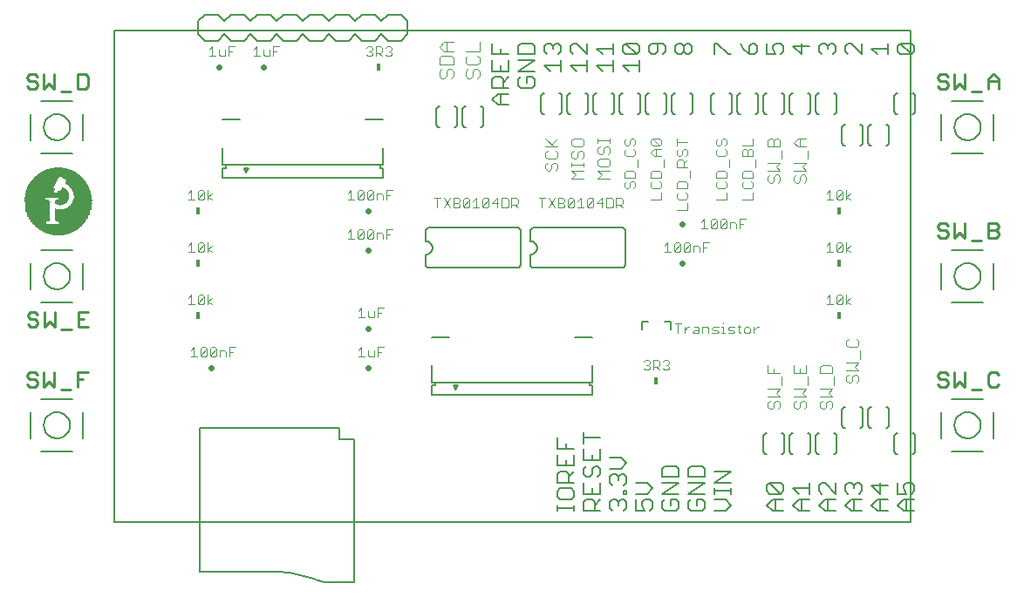
<source format=gto>
G75*
%MOIN*%
%OFA0B0*%
%FSLAX24Y24*%
%IPPOS*%
%LPD*%
%AMOC8*
5,1,8,0,0,1.08239X$1,22.5*
%
%ADD10C,0.0110*%
%ADD11C,0.0060*%
%ADD12C,0.0040*%
%ADD13C,0.0030*%
%ADD14R,0.0180X0.0300*%
%ADD15C,0.0080*%
%ADD16C,0.0050*%
%ADD17C,0.0220*%
%ADD18R,0.0160X0.0010*%
%ADD19R,0.0360X0.0010*%
%ADD20R,0.0480X0.0010*%
%ADD21R,0.0580X0.0010*%
%ADD22R,0.0660X0.0010*%
%ADD23R,0.0730X0.0010*%
%ADD24R,0.0800X0.0010*%
%ADD25R,0.0860X0.0010*%
%ADD26R,0.0910X0.0010*%
%ADD27R,0.0960X0.0010*%
%ADD28R,0.1010X0.0010*%
%ADD29R,0.1060X0.0010*%
%ADD30R,0.1100X0.0010*%
%ADD31R,0.1140X0.0010*%
%ADD32R,0.1180X0.0010*%
%ADD33R,0.1220X0.0010*%
%ADD34R,0.1260X0.0010*%
%ADD35R,0.1290X0.0010*%
%ADD36R,0.1320X0.0010*%
%ADD37R,0.1360X0.0010*%
%ADD38R,0.1380X0.0010*%
%ADD39R,0.1420X0.0010*%
%ADD40R,0.1440X0.0010*%
%ADD41R,0.1480X0.0010*%
%ADD42R,0.1500X0.0010*%
%ADD43R,0.1530X0.0010*%
%ADD44R,0.1560X0.0010*%
%ADD45R,0.1580X0.0010*%
%ADD46R,0.1610X0.0010*%
%ADD47R,0.1640X0.0010*%
%ADD48R,0.1660X0.0010*%
%ADD49R,0.1680X0.0010*%
%ADD50R,0.1700X0.0010*%
%ADD51R,0.1720X0.0010*%
%ADD52R,0.1750X0.0010*%
%ADD53R,0.1770X0.0010*%
%ADD54R,0.1790X0.0010*%
%ADD55R,0.1810X0.0010*%
%ADD56R,0.1830X0.0010*%
%ADD57R,0.1850X0.0010*%
%ADD58R,0.1870X0.0010*%
%ADD59R,0.1890X0.0010*%
%ADD60R,0.1900X0.0010*%
%ADD61R,0.0490X0.0010*%
%ADD62R,0.0930X0.0010*%
%ADD63R,0.0500X0.0010*%
%ADD64R,0.0940X0.0010*%
%ADD65R,0.0510X0.0010*%
%ADD66R,0.0950X0.0010*%
%ADD67R,0.0520X0.0010*%
%ADD68R,0.0530X0.0010*%
%ADD69R,0.0970X0.0010*%
%ADD70R,0.0980X0.0010*%
%ADD71R,0.0540X0.0010*%
%ADD72R,0.0550X0.0010*%
%ADD73R,0.0990X0.0010*%
%ADD74R,0.0560X0.0010*%
%ADD75R,0.1000X0.0010*%
%ADD76R,0.0570X0.0010*%
%ADD77R,0.1020X0.0010*%
%ADD78R,0.0690X0.0010*%
%ADD79R,0.1130X0.0010*%
%ADD80R,0.0720X0.0010*%
%ADD81R,0.1160X0.0010*%
%ADD82R,0.0740X0.0010*%
%ADD83R,0.0750X0.0010*%
%ADD84R,0.1190X0.0010*%
%ADD85R,0.0770X0.0010*%
%ADD86R,0.1200X0.0010*%
%ADD87R,0.0780X0.0010*%
%ADD88R,0.0790X0.0010*%
%ADD89R,0.1230X0.0010*%
%ADD90R,0.1240X0.0010*%
%ADD91R,0.1250X0.0010*%
%ADD92R,0.0810X0.0010*%
%ADD93R,0.0820X0.0010*%
%ADD94R,0.0830X0.0010*%
%ADD95R,0.1270X0.0010*%
%ADD96R,0.0840X0.0010*%
%ADD97R,0.1280X0.0010*%
%ADD98R,0.0850X0.0010*%
%ADD99R,0.1300X0.0010*%
%ADD100R,0.1310X0.0010*%
%ADD101R,0.0870X0.0010*%
%ADD102R,0.0880X0.0010*%
%ADD103R,0.0890X0.0010*%
%ADD104R,0.1330X0.0010*%
%ADD105R,0.1340X0.0010*%
%ADD106R,0.0900X0.0010*%
%ADD107R,0.1350X0.0010*%
%ADD108R,0.0920X0.0010*%
%ADD109R,0.1370X0.0010*%
%ADD110R,0.0110X0.0010*%
%ADD111R,0.1080X0.0010*%
%ADD112R,0.0060X0.0010*%
%ADD113R,0.1040X0.0010*%
%ADD114R,0.0030X0.0010*%
%ADD115R,0.0070X0.0010*%
%ADD116R,0.0180X0.0010*%
%ADD117R,0.0240X0.0010*%
%ADD118R,0.0280X0.0010*%
%ADD119R,0.0320X0.0010*%
%ADD120R,0.0390X0.0010*%
%ADD121R,0.0410X0.0010*%
%ADD122R,0.0760X0.0010*%
%ADD123R,0.0420X0.0010*%
%ADD124R,0.0430X0.0010*%
%ADD125R,0.0440X0.0010*%
%ADD126R,0.0450X0.0010*%
%ADD127R,0.0460X0.0010*%
%ADD128R,0.0470X0.0010*%
%ADD129R,0.0710X0.0010*%
%ADD130R,0.0700X0.0010*%
%ADD131R,0.0370X0.0010*%
%ADD132R,0.0380X0.0010*%
%ADD133R,0.0680X0.0010*%
%ADD134R,0.1690X0.0010*%
%ADD135R,0.0670X0.0010*%
%ADD136R,0.1670X0.0010*%
%ADD137R,0.1650X0.0010*%
%ADD138R,0.1170X0.0010*%
%ADD139R,0.1150X0.0010*%
%ADD140R,0.1120X0.0010*%
%ADD141R,0.1110X0.0010*%
%ADD142R,0.1090X0.0010*%
%ADD143R,0.1070X0.0010*%
%ADD144R,0.1050X0.0010*%
%ADD145R,0.0400X0.0010*%
%ADD146R,0.0050X0.0010*%
%ADD147R,0.0290X0.0010*%
%ADD148R,0.0270X0.0010*%
%ADD149R,0.0250X0.0010*%
%ADD150R,0.0230X0.0010*%
%ADD151R,0.0220X0.0010*%
%ADD152R,0.0200X0.0010*%
%ADD153R,0.0170X0.0010*%
%ADD154R,0.0150X0.0010*%
%ADD155R,0.0130X0.0010*%
%ADD156R,0.1030X0.0010*%
%ADD157R,0.0080X0.0010*%
%ADD158R,0.0020X0.0010*%
%ADD159R,0.1620X0.0010*%
%ADD160R,0.1600X0.0010*%
%ADD161R,0.1550X0.0010*%
%ADD162R,0.1520X0.0010*%
%ADD163R,0.1470X0.0010*%
%ADD164R,0.1410X0.0010*%
%ADD165R,0.0640X0.0010*%
%ADD166R,0.0310X0.0010*%
D10*
X018004Y012300D02*
X018397Y012300D01*
X018648Y012398D02*
X018648Y012989D01*
X019042Y012989D01*
X018845Y012694D02*
X018648Y012694D01*
X017753Y012398D02*
X017753Y012989D01*
X017359Y012989D02*
X017359Y012398D01*
X017556Y012595D01*
X017753Y012398D01*
X017108Y012497D02*
X017010Y012398D01*
X016813Y012398D01*
X016715Y012497D01*
X016813Y012694D02*
X017010Y012694D01*
X017108Y012595D01*
X017108Y012497D01*
X016813Y012694D02*
X016715Y012792D01*
X016715Y012890D01*
X016813Y012989D01*
X017010Y012989D01*
X017108Y012890D01*
X018025Y014600D02*
X018419Y014600D01*
X018670Y014698D02*
X019064Y014698D01*
X018867Y014994D02*
X018670Y014994D01*
X018670Y015289D02*
X018670Y014698D01*
X018670Y015289D02*
X019064Y015289D01*
X017775Y015289D02*
X017775Y014698D01*
X017578Y014895D01*
X017381Y014698D01*
X017381Y015289D01*
X017130Y015190D02*
X017032Y015289D01*
X016835Y015289D01*
X016736Y015190D01*
X016736Y015092D01*
X016835Y014994D01*
X017032Y014994D01*
X017130Y014895D01*
X017130Y014797D01*
X017032Y014698D01*
X016835Y014698D01*
X016736Y014797D01*
X018004Y023700D02*
X018397Y023700D01*
X018648Y023798D02*
X018943Y023798D01*
X019042Y023897D01*
X019042Y024290D01*
X018943Y024389D01*
X018648Y024389D01*
X018648Y023798D01*
X017753Y023798D02*
X017753Y024389D01*
X017359Y024389D02*
X017359Y023798D01*
X017556Y023995D01*
X017753Y023798D01*
X017108Y023897D02*
X017010Y023798D01*
X016813Y023798D01*
X016715Y023897D01*
X016813Y024094D02*
X017010Y024094D01*
X017108Y023995D01*
X017108Y023897D01*
X016813Y024094D02*
X016715Y024192D01*
X016715Y024290D01*
X016813Y024389D01*
X017010Y024389D01*
X017108Y024290D01*
X051515Y024290D02*
X051515Y024192D01*
X051613Y024094D01*
X051810Y024094D01*
X051908Y023995D01*
X051908Y023897D01*
X051810Y023798D01*
X051613Y023798D01*
X051515Y023897D01*
X051515Y024290D02*
X051613Y024389D01*
X051810Y024389D01*
X051908Y024290D01*
X052159Y024389D02*
X052159Y023798D01*
X052356Y023995D01*
X052553Y023798D01*
X052553Y024389D01*
X053448Y024192D02*
X053645Y024389D01*
X053842Y024192D01*
X053842Y023798D01*
X053842Y024094D02*
X053448Y024094D01*
X053448Y024192D02*
X053448Y023798D01*
X053197Y023700D02*
X052804Y023700D01*
X052553Y018689D02*
X052553Y018098D01*
X052356Y018295D01*
X052159Y018098D01*
X052159Y018689D01*
X051908Y018590D02*
X051810Y018689D01*
X051613Y018689D01*
X051515Y018590D01*
X051515Y018492D01*
X051613Y018394D01*
X051810Y018394D01*
X051908Y018295D01*
X051908Y018197D01*
X051810Y018098D01*
X051613Y018098D01*
X051515Y018197D01*
X052804Y018000D02*
X053197Y018000D01*
X053448Y018098D02*
X053743Y018098D01*
X053842Y018197D01*
X053842Y018295D01*
X053743Y018394D01*
X053448Y018394D01*
X053448Y018689D02*
X053743Y018689D01*
X053842Y018590D01*
X053842Y018492D01*
X053743Y018394D01*
X053448Y018098D02*
X053448Y018689D01*
X053547Y012989D02*
X053448Y012890D01*
X053448Y012497D01*
X053547Y012398D01*
X053743Y012398D01*
X053842Y012497D01*
X053842Y012890D02*
X053743Y012989D01*
X053547Y012989D01*
X052553Y012989D02*
X052553Y012398D01*
X052356Y012595D01*
X052159Y012398D01*
X052159Y012989D01*
X051908Y012890D02*
X051810Y012989D01*
X051613Y012989D01*
X051515Y012890D01*
X051515Y012792D01*
X051613Y012694D01*
X051810Y012694D01*
X051908Y012595D01*
X051908Y012497D01*
X051810Y012398D01*
X051613Y012398D01*
X051515Y012497D01*
X052804Y012300D02*
X053197Y012300D01*
D11*
X050523Y008745D02*
X050630Y008638D01*
X050630Y008425D01*
X050523Y008318D01*
X050309Y008318D02*
X050202Y008531D01*
X050202Y008638D01*
X050309Y008745D01*
X050523Y008745D01*
X049989Y008745D02*
X049989Y008318D01*
X050309Y008318D01*
X050309Y008100D02*
X050309Y007673D01*
X050202Y007673D02*
X049989Y007887D01*
X050202Y008100D01*
X050630Y008100D01*
X050630Y007673D02*
X050202Y007673D01*
X049630Y007673D02*
X049202Y007673D01*
X048989Y007887D01*
X049202Y008100D01*
X049630Y008100D01*
X049309Y008100D02*
X049309Y007673D01*
X048630Y007673D02*
X048202Y007673D01*
X047989Y007887D01*
X048202Y008100D01*
X048630Y008100D01*
X048523Y008318D02*
X048630Y008425D01*
X048630Y008638D01*
X048523Y008745D01*
X048416Y008745D01*
X048309Y008638D01*
X048309Y008531D01*
X048309Y008638D02*
X048202Y008745D01*
X048096Y008745D01*
X047989Y008638D01*
X047989Y008425D01*
X048096Y008318D01*
X048309Y008100D02*
X048309Y007673D01*
X047630Y007673D02*
X047202Y007673D01*
X046989Y007887D01*
X047202Y008100D01*
X047630Y008100D01*
X047630Y008318D02*
X047202Y008745D01*
X047096Y008745D01*
X046989Y008638D01*
X046989Y008425D01*
X047096Y008318D01*
X047309Y008100D02*
X047309Y007673D01*
X046630Y007673D02*
X046202Y007673D01*
X045989Y007887D01*
X046202Y008100D01*
X046630Y008100D01*
X046630Y008318D02*
X046630Y008745D01*
X046630Y008531D02*
X045989Y008531D01*
X046202Y008318D01*
X046309Y008100D02*
X046309Y007673D01*
X045630Y007673D02*
X045202Y007673D01*
X044989Y007887D01*
X045202Y008100D01*
X045630Y008100D01*
X045523Y008318D02*
X045630Y008425D01*
X045630Y008638D01*
X045523Y008745D01*
X045096Y008745D01*
X045523Y008318D01*
X045096Y008318D01*
X044989Y008425D01*
X044989Y008638D01*
X045096Y008745D01*
X045309Y008100D02*
X045309Y007673D01*
X043630Y007887D02*
X043416Y007673D01*
X042989Y007673D01*
X042630Y007780D02*
X042630Y007994D01*
X042523Y008100D01*
X042309Y008100D01*
X042309Y007887D01*
X042096Y008100D02*
X041989Y007994D01*
X041989Y007780D01*
X042096Y007673D01*
X042523Y007673D01*
X042630Y007780D01*
X042989Y008100D02*
X043416Y008100D01*
X043630Y007887D01*
X043630Y008318D02*
X043630Y008531D01*
X043630Y008425D02*
X042989Y008425D01*
X042989Y008531D02*
X042989Y008318D01*
X042630Y008318D02*
X041989Y008318D01*
X042630Y008745D01*
X041989Y008745D01*
X041989Y008962D02*
X041989Y009283D01*
X042096Y009389D01*
X042523Y009389D01*
X042630Y009283D01*
X042630Y008962D01*
X041989Y008962D01*
X041630Y008962D02*
X041630Y009283D01*
X041523Y009389D01*
X041096Y009389D01*
X040989Y009283D01*
X040989Y008962D01*
X041630Y008962D01*
X041630Y008745D02*
X040989Y008745D01*
X040630Y008531D02*
X040416Y008745D01*
X039989Y008745D01*
X039630Y008747D02*
X039523Y008640D01*
X039630Y008747D02*
X039630Y008960D01*
X039523Y009067D01*
X039416Y009067D01*
X039309Y008960D01*
X039309Y008854D01*
X039309Y008960D02*
X039202Y009067D01*
X039096Y009067D01*
X038989Y008960D01*
X038989Y008747D01*
X039096Y008640D01*
X039523Y008425D02*
X039523Y008318D01*
X039630Y008318D01*
X039630Y008425D01*
X039523Y008425D01*
X039523Y008100D02*
X039416Y008100D01*
X039309Y007994D01*
X039309Y007887D01*
X039309Y007994D02*
X039202Y008100D01*
X039096Y008100D01*
X038989Y007994D01*
X038989Y007780D01*
X039096Y007673D01*
X039523Y007673D02*
X039630Y007780D01*
X039630Y007994D01*
X039523Y008100D01*
X039989Y008100D02*
X039989Y007673D01*
X040309Y007673D01*
X040202Y007887D01*
X040202Y007994D01*
X040309Y008100D01*
X040523Y008100D01*
X040630Y007994D01*
X040630Y007780D01*
X040523Y007673D01*
X040989Y007780D02*
X041096Y007673D01*
X041523Y007673D01*
X041630Y007780D01*
X041630Y007994D01*
X041523Y008100D01*
X041309Y008100D01*
X041309Y007887D01*
X041096Y008100D02*
X040989Y007994D01*
X040989Y007780D01*
X040989Y008318D02*
X041630Y008745D01*
X041630Y008318D02*
X040989Y008318D01*
X040630Y008531D02*
X040416Y008318D01*
X039989Y008318D01*
X038630Y008318D02*
X038630Y008745D01*
X038523Y008962D02*
X038630Y009069D01*
X038630Y009283D01*
X038523Y009389D01*
X038416Y009389D01*
X038309Y009283D01*
X038309Y009069D01*
X038202Y008962D01*
X038096Y008962D01*
X037989Y009069D01*
X037989Y009283D01*
X038096Y009389D01*
X037989Y009607D02*
X038630Y009607D01*
X038630Y010034D01*
X038309Y009820D02*
X038309Y009607D01*
X037989Y009607D02*
X037989Y010034D01*
X037989Y010252D02*
X037989Y010679D01*
X037989Y010465D02*
X038630Y010465D01*
X037630Y010037D02*
X036989Y010037D01*
X036989Y010464D01*
X037309Y010250D02*
X037309Y010037D01*
X036989Y009819D02*
X036989Y009392D01*
X037630Y009392D01*
X037630Y009819D01*
X037309Y009606D02*
X037309Y009392D01*
X037309Y009175D02*
X037416Y009068D01*
X037416Y008748D01*
X037416Y008961D02*
X037630Y009175D01*
X037309Y009175D02*
X037096Y009175D01*
X036989Y009068D01*
X036989Y008748D01*
X037630Y008748D01*
X037523Y008530D02*
X037096Y008530D01*
X036989Y008423D01*
X036989Y008210D01*
X037096Y008103D01*
X037523Y008103D01*
X037630Y008210D01*
X037630Y008423D01*
X037523Y008530D01*
X037989Y008318D02*
X038630Y008318D01*
X038630Y008100D02*
X038416Y007887D01*
X038416Y007994D02*
X038416Y007673D01*
X038630Y007673D02*
X037989Y007673D01*
X037989Y007994D01*
X038096Y008100D01*
X038309Y008100D01*
X038416Y007994D01*
X038309Y008318D02*
X038309Y008531D01*
X037989Y008745D02*
X037989Y008318D01*
X037630Y007887D02*
X037630Y007673D01*
X037630Y007780D02*
X036989Y007780D01*
X036989Y007673D02*
X036989Y007887D01*
X038989Y009285D02*
X039416Y009285D01*
X039630Y009498D01*
X039416Y009712D01*
X038989Y009712D01*
X042989Y009175D02*
X043630Y009175D01*
X042989Y008748D01*
X043630Y008748D01*
X047630Y008745D02*
X047630Y008318D01*
X048989Y008638D02*
X049309Y008318D01*
X049309Y008745D01*
X048989Y008638D02*
X049630Y008638D01*
X035130Y023195D02*
X034702Y023195D01*
X034489Y023409D01*
X034702Y023622D01*
X035130Y023622D01*
X035130Y023840D02*
X034489Y023840D01*
X034489Y024160D01*
X034596Y024267D01*
X034809Y024267D01*
X034916Y024160D01*
X034916Y023840D01*
X034916Y024053D02*
X035130Y024267D01*
X035130Y024484D02*
X034489Y024484D01*
X034489Y024911D01*
X034489Y025129D02*
X034489Y025556D01*
X034809Y025342D02*
X034809Y025129D01*
X034489Y025129D02*
X035130Y025129D01*
X035130Y024911D02*
X035130Y024484D01*
X034809Y024484D02*
X034809Y024698D01*
X035489Y024911D02*
X036130Y024911D01*
X035489Y024484D01*
X036130Y024484D01*
X036023Y024267D02*
X035809Y024267D01*
X035809Y024053D01*
X035596Y023840D02*
X036023Y023840D01*
X036130Y023946D01*
X036130Y024160D01*
X036023Y024267D01*
X035596Y024267D02*
X035489Y024160D01*
X035489Y023946D01*
X035596Y023840D01*
X034809Y023622D02*
X034809Y023195D01*
X036489Y024698D02*
X037130Y024698D01*
X037130Y024911D02*
X037130Y024484D01*
X037489Y024698D02*
X038130Y024698D01*
X038130Y024911D02*
X038130Y024484D01*
X038489Y024698D02*
X039130Y024698D01*
X039130Y024911D02*
X039130Y024484D01*
X039489Y024698D02*
X040130Y024698D01*
X040130Y024911D02*
X040130Y024484D01*
X039702Y024484D02*
X039489Y024698D01*
X039596Y025129D02*
X039489Y025236D01*
X039489Y025449D01*
X039596Y025556D01*
X040023Y025129D01*
X040130Y025236D01*
X040130Y025449D01*
X040023Y025556D01*
X039596Y025556D01*
X039596Y025129D02*
X040023Y025129D01*
X040489Y025236D02*
X040489Y025449D01*
X040596Y025556D01*
X041023Y025556D01*
X041130Y025449D01*
X041130Y025236D01*
X041023Y025129D01*
X040809Y025236D02*
X040809Y025556D01*
X040809Y025236D02*
X040702Y025129D01*
X040596Y025129D01*
X040489Y025236D01*
X041489Y025236D02*
X041489Y025449D01*
X041596Y025556D01*
X041702Y025556D01*
X041809Y025449D01*
X041809Y025236D01*
X041702Y025129D01*
X041596Y025129D01*
X041489Y025236D01*
X041809Y025236D02*
X041916Y025129D01*
X042023Y025129D01*
X042130Y025236D01*
X042130Y025449D01*
X042023Y025556D01*
X041916Y025556D01*
X041809Y025449D01*
X042989Y025556D02*
X042989Y025129D01*
X042989Y025556D02*
X043096Y025556D01*
X043523Y025129D01*
X043630Y025129D01*
X044096Y025342D02*
X043989Y025556D01*
X044096Y025342D02*
X044309Y025129D01*
X044309Y025449D01*
X044416Y025556D01*
X044523Y025556D01*
X044630Y025449D01*
X044630Y025236D01*
X044523Y025129D01*
X044309Y025129D01*
X044989Y025129D02*
X044989Y025556D01*
X045202Y025449D02*
X045202Y025342D01*
X045309Y025129D01*
X044989Y025129D01*
X045202Y025449D02*
X045309Y025556D01*
X045523Y025556D01*
X045630Y025449D01*
X045630Y025236D01*
X045523Y025129D01*
X045989Y025449D02*
X046309Y025129D01*
X046309Y025556D01*
X045989Y025449D02*
X046630Y025449D01*
X046989Y025449D02*
X046989Y025236D01*
X047096Y025129D01*
X047309Y025342D02*
X047309Y025449D01*
X047416Y025556D01*
X047523Y025556D01*
X047630Y025449D01*
X047630Y025236D01*
X047523Y025129D01*
X047309Y025449D02*
X047202Y025556D01*
X047096Y025556D01*
X046989Y025449D01*
X047989Y025449D02*
X047989Y025236D01*
X048096Y025129D01*
X047989Y025449D02*
X048096Y025556D01*
X048202Y025556D01*
X048630Y025129D01*
X048630Y025556D01*
X048989Y025342D02*
X049630Y025342D01*
X049630Y025129D02*
X049630Y025556D01*
X049989Y025449D02*
X049989Y025236D01*
X050096Y025129D01*
X050523Y025129D01*
X050096Y025556D01*
X050523Y025556D01*
X050630Y025449D01*
X050630Y025236D01*
X050523Y025129D01*
X050096Y025556D02*
X049989Y025449D01*
X049202Y025129D02*
X048989Y025342D01*
X039130Y025342D02*
X038489Y025342D01*
X038702Y025129D01*
X039130Y025129D02*
X039130Y025556D01*
X038130Y025556D02*
X038130Y025129D01*
X037702Y025556D01*
X037596Y025556D01*
X037489Y025449D01*
X037489Y025236D01*
X037596Y025129D01*
X037130Y025236D02*
X037023Y025129D01*
X037130Y025236D02*
X037130Y025449D01*
X037023Y025556D01*
X036916Y025556D01*
X036809Y025449D01*
X036809Y025342D01*
X036809Y025449D02*
X036702Y025556D01*
X036596Y025556D01*
X036489Y025449D01*
X036489Y025236D01*
X036596Y025129D01*
X036130Y025129D02*
X036130Y025449D01*
X036023Y025556D01*
X035596Y025556D01*
X035489Y025449D01*
X035489Y025129D01*
X036130Y025129D01*
X036489Y024698D02*
X036702Y024484D01*
X037489Y024698D02*
X037702Y024484D01*
X038489Y024698D02*
X038702Y024484D01*
D12*
X034000Y024477D02*
X034000Y024303D01*
X033913Y024216D01*
X033739Y024303D02*
X033739Y024477D01*
X033826Y024563D01*
X033913Y024563D01*
X034000Y024477D01*
X033913Y024732D02*
X033566Y024732D01*
X033479Y024819D01*
X033479Y024992D01*
X033566Y025079D01*
X033479Y025248D02*
X034000Y025248D01*
X034000Y025595D01*
X033913Y025079D02*
X034000Y024992D01*
X034000Y024819D01*
X033913Y024732D01*
X033566Y024563D02*
X033479Y024477D01*
X033479Y024303D01*
X033566Y024216D01*
X033653Y024216D01*
X033739Y024303D01*
X033000Y024303D02*
X033000Y024477D01*
X032913Y024563D01*
X032826Y024563D01*
X032739Y024477D01*
X032739Y024303D01*
X032653Y024216D01*
X032566Y024216D01*
X032479Y024303D01*
X032479Y024477D01*
X032566Y024563D01*
X032479Y024732D02*
X032479Y024992D01*
X032566Y025079D01*
X032913Y025079D01*
X033000Y024992D01*
X033000Y024732D01*
X032479Y024732D01*
X032653Y025248D02*
X032479Y025421D01*
X032653Y025595D01*
X033000Y025595D01*
X032739Y025595D02*
X032739Y025248D01*
X032653Y025248D02*
X033000Y025248D01*
X033000Y024303D02*
X032913Y024216D01*
X036529Y021910D02*
X036836Y021603D01*
X036759Y021680D02*
X036990Y021910D01*
X036990Y021603D02*
X036529Y021603D01*
X036606Y021449D02*
X036529Y021373D01*
X036529Y021219D01*
X036606Y021143D01*
X036913Y021143D01*
X036990Y021219D01*
X036990Y021373D01*
X036913Y021449D01*
X037529Y021373D02*
X037529Y021219D01*
X037606Y021143D01*
X037683Y021143D01*
X037759Y021219D01*
X037759Y021373D01*
X037836Y021449D01*
X037913Y021449D01*
X037990Y021373D01*
X037990Y021219D01*
X037913Y021143D01*
X037990Y020989D02*
X037990Y020836D01*
X037990Y020912D02*
X037529Y020912D01*
X037529Y020836D02*
X037529Y020989D01*
X037529Y020682D02*
X037990Y020682D01*
X037990Y020375D02*
X037529Y020375D01*
X037683Y020529D01*
X037529Y020682D01*
X036990Y020759D02*
X036913Y020682D01*
X036990Y020759D02*
X036990Y020912D01*
X036913Y020989D01*
X036836Y020989D01*
X036759Y020912D01*
X036759Y020759D01*
X036683Y020682D01*
X036606Y020682D01*
X036529Y020759D01*
X036529Y020912D01*
X036606Y020989D01*
X037529Y021373D02*
X037606Y021449D01*
X037606Y021603D02*
X037913Y021603D01*
X037990Y021680D01*
X037990Y021833D01*
X037913Y021910D01*
X037606Y021910D01*
X037529Y021833D01*
X037529Y021680D01*
X037606Y021603D01*
X038529Y021526D02*
X038529Y021373D01*
X038606Y021296D01*
X038683Y021296D01*
X038759Y021373D01*
X038759Y021526D01*
X038836Y021603D01*
X038913Y021603D01*
X038990Y021526D01*
X038990Y021373D01*
X038913Y021296D01*
X038913Y021143D02*
X038606Y021143D01*
X038529Y021066D01*
X038529Y020912D01*
X038606Y020836D01*
X038913Y020836D01*
X038990Y020912D01*
X038990Y021066D01*
X038913Y021143D01*
X038529Y021526D02*
X038606Y021603D01*
X038529Y021756D02*
X038529Y021910D01*
X038529Y021833D02*
X038990Y021833D01*
X038990Y021756D02*
X038990Y021910D01*
X039554Y021854D02*
X039554Y021717D01*
X039623Y021649D01*
X039691Y021649D01*
X039759Y021717D01*
X039759Y021854D01*
X039828Y021923D01*
X039896Y021923D01*
X039965Y021854D01*
X039965Y021717D01*
X039896Y021649D01*
X039896Y021508D02*
X039965Y021440D01*
X039965Y021303D01*
X039896Y021235D01*
X039623Y021235D01*
X039554Y021303D01*
X039554Y021440D01*
X039623Y021508D01*
X039554Y021854D02*
X039623Y021923D01*
X040554Y021854D02*
X040623Y021923D01*
X040896Y021649D01*
X040965Y021717D01*
X040965Y021854D01*
X040896Y021923D01*
X040623Y021923D01*
X040554Y021854D02*
X040554Y021717D01*
X040623Y021649D01*
X040896Y021649D01*
X040965Y021508D02*
X040691Y021508D01*
X040554Y021371D01*
X040691Y021235D01*
X040965Y021235D01*
X041033Y021094D02*
X041033Y020820D01*
X040896Y020679D02*
X040623Y020679D01*
X040554Y020611D01*
X040554Y020406D01*
X040965Y020406D01*
X040965Y020611D01*
X040896Y020679D01*
X040896Y020265D02*
X040965Y020197D01*
X040965Y020060D01*
X040896Y019992D01*
X040623Y019992D01*
X040554Y020060D01*
X040554Y020197D01*
X040623Y020265D01*
X040965Y019851D02*
X040965Y019577D01*
X040554Y019577D01*
X039965Y020060D02*
X039896Y019992D01*
X039965Y020060D02*
X039965Y020197D01*
X039896Y020265D01*
X039828Y020265D01*
X039759Y020197D01*
X039759Y020060D01*
X039691Y019992D01*
X039623Y019992D01*
X039554Y020060D01*
X039554Y020197D01*
X039623Y020265D01*
X039554Y020406D02*
X039554Y020611D01*
X039623Y020679D01*
X039896Y020679D01*
X039965Y020611D01*
X039965Y020406D01*
X039554Y020406D01*
X038990Y020375D02*
X038529Y020375D01*
X038683Y020529D01*
X038529Y020682D01*
X038990Y020682D01*
X040033Y020820D02*
X040033Y021094D01*
X040759Y021235D02*
X040759Y021508D01*
X041554Y021440D02*
X041554Y021303D01*
X041623Y021235D01*
X041691Y021235D01*
X041759Y021303D01*
X041759Y021440D01*
X041828Y021508D01*
X041896Y021508D01*
X041965Y021440D01*
X041965Y021303D01*
X041896Y021235D01*
X041965Y021094D02*
X041828Y020957D01*
X041828Y021025D02*
X041828Y020820D01*
X041965Y020820D02*
X041554Y020820D01*
X041554Y021025D01*
X041623Y021094D01*
X041759Y021094D01*
X041828Y021025D01*
X042033Y020679D02*
X042033Y020406D01*
X041896Y020265D02*
X041623Y020265D01*
X041554Y020197D01*
X041554Y019992D01*
X041965Y019992D01*
X041965Y020197D01*
X041896Y020265D01*
X041896Y019851D02*
X041965Y019782D01*
X041965Y019646D01*
X041896Y019577D01*
X041623Y019577D01*
X041554Y019646D01*
X041554Y019782D01*
X041623Y019851D01*
X041965Y019436D02*
X041965Y019163D01*
X041554Y019163D01*
X043054Y019577D02*
X043465Y019577D01*
X043465Y019851D01*
X043396Y019992D02*
X043465Y020060D01*
X043465Y020197D01*
X043396Y020265D01*
X043465Y020406D02*
X043054Y020406D01*
X043054Y020611D01*
X043123Y020679D01*
X043396Y020679D01*
X043465Y020611D01*
X043465Y020406D01*
X043123Y020265D02*
X043054Y020197D01*
X043054Y020060D01*
X043123Y019992D01*
X043396Y019992D01*
X044054Y020060D02*
X044123Y019992D01*
X044396Y019992D01*
X044465Y020060D01*
X044465Y020197D01*
X044396Y020265D01*
X044465Y020406D02*
X044054Y020406D01*
X044054Y020611D01*
X044123Y020679D01*
X044396Y020679D01*
X044465Y020611D01*
X044465Y020406D01*
X044123Y020265D02*
X044054Y020197D01*
X044054Y020060D01*
X044465Y019851D02*
X044465Y019577D01*
X044054Y019577D01*
X045029Y020298D02*
X045106Y020222D01*
X045183Y020222D01*
X045259Y020298D01*
X045259Y020452D01*
X045336Y020529D01*
X045413Y020529D01*
X045490Y020452D01*
X045490Y020298D01*
X045413Y020222D01*
X045029Y020298D02*
X045029Y020452D01*
X045106Y020529D01*
X045029Y020682D02*
X045490Y020682D01*
X045336Y020836D01*
X045490Y020989D01*
X045029Y020989D01*
X044533Y021094D02*
X044533Y020820D01*
X044465Y021235D02*
X044054Y021235D01*
X044054Y021440D01*
X044123Y021508D01*
X044191Y021508D01*
X044259Y021440D01*
X044259Y021235D01*
X044259Y021440D02*
X044328Y021508D01*
X044396Y021508D01*
X044465Y021440D01*
X044465Y021235D01*
X044465Y021649D02*
X044054Y021649D01*
X044465Y021649D02*
X044465Y021923D01*
X045029Y021833D02*
X045029Y021603D01*
X045490Y021603D01*
X045490Y021833D01*
X045413Y021910D01*
X045336Y021910D01*
X045259Y021833D01*
X045259Y021603D01*
X045259Y021833D02*
X045183Y021910D01*
X045106Y021910D01*
X045029Y021833D01*
X045566Y021449D02*
X045566Y021143D01*
X046029Y020989D02*
X046490Y020989D01*
X046336Y020836D01*
X046490Y020682D01*
X046029Y020682D01*
X046106Y020529D02*
X046029Y020452D01*
X046029Y020298D01*
X046106Y020222D01*
X046183Y020222D01*
X046259Y020298D01*
X046259Y020452D01*
X046336Y020529D01*
X046413Y020529D01*
X046490Y020452D01*
X046490Y020298D01*
X046413Y020222D01*
X046566Y021143D02*
X046566Y021449D01*
X046490Y021603D02*
X046183Y021603D01*
X046029Y021756D01*
X046183Y021910D01*
X046490Y021910D01*
X046259Y021910D02*
X046259Y021603D01*
X043533Y021094D02*
X043533Y020820D01*
X043396Y021235D02*
X043123Y021235D01*
X043054Y021303D01*
X043054Y021440D01*
X043123Y021508D01*
X043123Y021649D02*
X043191Y021649D01*
X043259Y021717D01*
X043259Y021854D01*
X043328Y021923D01*
X043396Y021923D01*
X043465Y021854D01*
X043465Y021717D01*
X043396Y021649D01*
X043396Y021508D02*
X043465Y021440D01*
X043465Y021303D01*
X043396Y021235D01*
X043123Y021649D02*
X043054Y021717D01*
X043054Y021854D01*
X043123Y021923D01*
X041965Y021786D02*
X041554Y021786D01*
X041554Y021649D02*
X041554Y021923D01*
X041623Y021508D02*
X041554Y021440D01*
X048106Y014251D02*
X048029Y014175D01*
X048029Y014021D01*
X048106Y013944D01*
X048413Y013944D01*
X048490Y014021D01*
X048490Y014175D01*
X048413Y014251D01*
X048566Y013791D02*
X048566Y013484D01*
X048490Y013331D02*
X048029Y013331D01*
X048029Y013024D02*
X048490Y013024D01*
X048336Y013177D01*
X048490Y013331D01*
X048413Y012870D02*
X048490Y012794D01*
X048490Y012640D01*
X048413Y012563D01*
X048259Y012640D02*
X048259Y012794D01*
X048336Y012870D01*
X048413Y012870D01*
X048259Y012640D02*
X048183Y012563D01*
X048106Y012563D01*
X048029Y012640D01*
X048029Y012794D01*
X048106Y012870D01*
X047566Y012791D02*
X047566Y012484D01*
X047490Y012331D02*
X047029Y012331D01*
X047029Y012024D02*
X047490Y012024D01*
X047336Y012177D01*
X047490Y012331D01*
X047413Y011870D02*
X047490Y011794D01*
X047490Y011640D01*
X047413Y011563D01*
X047259Y011640D02*
X047259Y011794D01*
X047336Y011870D01*
X047413Y011870D01*
X047259Y011640D02*
X047183Y011563D01*
X047106Y011563D01*
X047029Y011640D01*
X047029Y011794D01*
X047106Y011870D01*
X046490Y011794D02*
X046490Y011640D01*
X046413Y011563D01*
X046259Y011640D02*
X046259Y011794D01*
X046336Y011870D01*
X046413Y011870D01*
X046490Y011794D01*
X046490Y012024D02*
X046336Y012177D01*
X046490Y012331D01*
X046029Y012331D01*
X046029Y012024D02*
X046490Y012024D01*
X046106Y011870D02*
X046029Y011794D01*
X046029Y011640D01*
X046106Y011563D01*
X046183Y011563D01*
X046259Y011640D01*
X045490Y011640D02*
X045413Y011563D01*
X045490Y011640D02*
X045490Y011794D01*
X045413Y011870D01*
X045336Y011870D01*
X045259Y011794D01*
X045259Y011640D01*
X045183Y011563D01*
X045106Y011563D01*
X045029Y011640D01*
X045029Y011794D01*
X045106Y011870D01*
X045029Y012024D02*
X045490Y012024D01*
X045336Y012177D01*
X045490Y012331D01*
X045029Y012331D01*
X045566Y012484D02*
X045566Y012791D01*
X045490Y012944D02*
X045029Y012944D01*
X045029Y013251D01*
X045259Y013098D02*
X045259Y012944D01*
X046029Y012944D02*
X046029Y013251D01*
X046259Y013098D02*
X046259Y012944D01*
X046029Y012944D02*
X046490Y012944D01*
X046490Y013251D01*
X046566Y012791D02*
X046566Y012484D01*
X047029Y012944D02*
X047029Y013175D01*
X047106Y013251D01*
X047413Y013251D01*
X047490Y013175D01*
X047490Y012944D01*
X047029Y012944D01*
D13*
X044482Y014458D02*
X044482Y014705D01*
X044482Y014582D02*
X044606Y014705D01*
X044668Y014705D01*
X044361Y014643D02*
X044299Y014705D01*
X044176Y014705D01*
X044114Y014643D01*
X044114Y014520D01*
X044176Y014458D01*
X044299Y014458D01*
X044361Y014520D01*
X044361Y014643D01*
X043992Y014705D02*
X043869Y014705D01*
X043930Y014767D02*
X043930Y014520D01*
X043992Y014458D01*
X043747Y014520D02*
X043685Y014582D01*
X043562Y014582D01*
X043500Y014643D01*
X043562Y014705D01*
X043747Y014705D01*
X043747Y014520D02*
X043685Y014458D01*
X043500Y014458D01*
X043378Y014458D02*
X043255Y014458D01*
X043316Y014458D02*
X043316Y014705D01*
X043255Y014705D01*
X043133Y014705D02*
X042948Y014705D01*
X042886Y014643D01*
X042948Y014582D01*
X043072Y014582D01*
X043133Y014520D01*
X043072Y014458D01*
X042886Y014458D01*
X042765Y014458D02*
X042765Y014643D01*
X042703Y014705D01*
X042518Y014705D01*
X042518Y014458D01*
X042397Y014458D02*
X042211Y014458D01*
X042150Y014520D01*
X042211Y014582D01*
X042397Y014582D01*
X042397Y014643D02*
X042397Y014458D01*
X042397Y014643D02*
X042335Y014705D01*
X042211Y014705D01*
X042028Y014705D02*
X041966Y014705D01*
X041843Y014582D01*
X041843Y014705D02*
X041843Y014458D01*
X041598Y014458D02*
X041598Y014829D01*
X041475Y014829D02*
X041721Y014829D01*
X043316Y014829D02*
X043316Y014890D01*
X041258Y013367D02*
X041258Y013305D01*
X041196Y013243D01*
X041258Y013182D01*
X041258Y013120D01*
X041196Y013058D01*
X041073Y013058D01*
X041011Y013120D01*
X040890Y013058D02*
X040766Y013182D01*
X040828Y013182D02*
X040643Y013182D01*
X040521Y013182D02*
X040521Y013120D01*
X040460Y013058D01*
X040336Y013058D01*
X040275Y013120D01*
X040398Y013243D02*
X040460Y013243D01*
X040521Y013182D01*
X040460Y013243D02*
X040521Y013305D01*
X040521Y013367D01*
X040460Y013429D01*
X040336Y013429D01*
X040275Y013367D01*
X040643Y013429D02*
X040828Y013429D01*
X040890Y013367D01*
X040890Y013243D01*
X040828Y013182D01*
X040643Y013058D02*
X040643Y013429D01*
X041011Y013367D02*
X041073Y013429D01*
X041196Y013429D01*
X041258Y013367D01*
X041196Y013243D02*
X041135Y013243D01*
X047275Y015558D02*
X047521Y015558D01*
X047398Y015558D02*
X047398Y015929D01*
X047275Y015805D01*
X047643Y015867D02*
X047643Y015620D01*
X047890Y015867D01*
X047890Y015620D01*
X047828Y015558D01*
X047705Y015558D01*
X047643Y015620D01*
X047643Y015867D02*
X047705Y015929D01*
X047828Y015929D01*
X047890Y015867D01*
X048011Y015929D02*
X048011Y015558D01*
X048011Y015682D02*
X048196Y015805D01*
X048011Y015682D02*
X048196Y015558D01*
X048196Y017558D02*
X048011Y017682D01*
X048196Y017805D01*
X048011Y017929D02*
X048011Y017558D01*
X047890Y017620D02*
X047828Y017558D01*
X047705Y017558D01*
X047643Y017620D01*
X047890Y017867D01*
X047890Y017620D01*
X047890Y017867D02*
X047828Y017929D01*
X047705Y017929D01*
X047643Y017867D01*
X047643Y017620D01*
X047521Y017558D02*
X047275Y017558D01*
X047398Y017558D02*
X047398Y017929D01*
X047275Y017805D01*
X047275Y019558D02*
X047521Y019558D01*
X047398Y019558D02*
X047398Y019929D01*
X047275Y019805D01*
X047643Y019867D02*
X047643Y019620D01*
X047890Y019867D01*
X047890Y019620D01*
X047828Y019558D01*
X047705Y019558D01*
X047643Y019620D01*
X047643Y019867D02*
X047705Y019929D01*
X047828Y019929D01*
X047890Y019867D01*
X048011Y019929D02*
X048011Y019558D01*
X048011Y019682D02*
X048196Y019805D01*
X048011Y019682D02*
X048196Y019558D01*
X044195Y018829D02*
X043948Y018829D01*
X043948Y018458D01*
X043826Y018458D02*
X043826Y018643D01*
X043765Y018705D01*
X043579Y018705D01*
X043579Y018458D01*
X043458Y018520D02*
X043396Y018458D01*
X043273Y018458D01*
X043211Y018520D01*
X043458Y018767D01*
X043458Y018520D01*
X043211Y018520D02*
X043211Y018767D01*
X043273Y018829D01*
X043396Y018829D01*
X043458Y018767D01*
X043090Y018767D02*
X042843Y018520D01*
X042905Y018458D01*
X043028Y018458D01*
X043090Y018520D01*
X043090Y018767D01*
X043028Y018829D01*
X042905Y018829D01*
X042843Y018767D01*
X042843Y018520D01*
X042721Y018458D02*
X042475Y018458D01*
X042598Y018458D02*
X042598Y018829D01*
X042475Y018705D01*
X042548Y017929D02*
X042795Y017929D01*
X042671Y017743D02*
X042548Y017743D01*
X042426Y017743D02*
X042426Y017558D01*
X042548Y017558D02*
X042548Y017929D01*
X042365Y017805D02*
X042426Y017743D01*
X042365Y017805D02*
X042179Y017805D01*
X042179Y017558D01*
X042058Y017620D02*
X041996Y017558D01*
X041873Y017558D01*
X041811Y017620D01*
X042058Y017867D01*
X042058Y017620D01*
X041811Y017620D02*
X041811Y017867D01*
X041873Y017929D01*
X041996Y017929D01*
X042058Y017867D01*
X041690Y017867D02*
X041443Y017620D01*
X041505Y017558D01*
X041628Y017558D01*
X041690Y017620D01*
X041690Y017867D01*
X041628Y017929D01*
X041505Y017929D01*
X041443Y017867D01*
X041443Y017620D01*
X041321Y017558D02*
X041075Y017558D01*
X041198Y017558D02*
X041198Y017929D01*
X041075Y017805D01*
X039468Y019258D02*
X039344Y019382D01*
X039406Y019382D02*
X039221Y019382D01*
X039221Y019258D02*
X039221Y019629D01*
X039406Y019629D01*
X039468Y019567D01*
X039468Y019443D01*
X039406Y019382D01*
X039100Y019320D02*
X039100Y019567D01*
X039038Y019629D01*
X038853Y019629D01*
X038853Y019258D01*
X039038Y019258D01*
X039100Y019320D01*
X038731Y019443D02*
X038484Y019443D01*
X038670Y019629D01*
X038670Y019258D01*
X038363Y019320D02*
X038301Y019258D01*
X038178Y019258D01*
X038116Y019320D01*
X038363Y019567D01*
X038363Y019320D01*
X038363Y019567D02*
X038301Y019629D01*
X038178Y019629D01*
X038116Y019567D01*
X038116Y019320D01*
X037995Y019258D02*
X037748Y019258D01*
X037871Y019258D02*
X037871Y019629D01*
X037748Y019505D01*
X037626Y019567D02*
X037379Y019320D01*
X037441Y019258D01*
X037565Y019258D01*
X037626Y019320D01*
X037626Y019567D01*
X037565Y019629D01*
X037441Y019629D01*
X037379Y019567D01*
X037379Y019320D01*
X037258Y019320D02*
X037196Y019258D01*
X037011Y019258D01*
X037011Y019629D01*
X037196Y019629D01*
X037258Y019567D01*
X037258Y019505D01*
X037196Y019443D01*
X037011Y019443D01*
X037196Y019443D02*
X037258Y019382D01*
X037258Y019320D01*
X036890Y019258D02*
X036643Y019629D01*
X036521Y019629D02*
X036275Y019629D01*
X036398Y019629D02*
X036398Y019258D01*
X036643Y019258D02*
X036890Y019629D01*
X035468Y019567D02*
X035468Y019443D01*
X035406Y019382D01*
X035221Y019382D01*
X035344Y019382D02*
X035468Y019258D01*
X035221Y019258D02*
X035221Y019629D01*
X035406Y019629D01*
X035468Y019567D01*
X035100Y019567D02*
X035100Y019320D01*
X035038Y019258D01*
X034853Y019258D01*
X034853Y019629D01*
X035038Y019629D01*
X035100Y019567D01*
X034731Y019443D02*
X034484Y019443D01*
X034670Y019629D01*
X034670Y019258D01*
X034363Y019320D02*
X034363Y019567D01*
X034116Y019320D01*
X034178Y019258D01*
X034301Y019258D01*
X034363Y019320D01*
X034363Y019567D02*
X034301Y019629D01*
X034178Y019629D01*
X034116Y019567D01*
X034116Y019320D01*
X033995Y019258D02*
X033748Y019258D01*
X033871Y019258D02*
X033871Y019629D01*
X033748Y019505D01*
X033626Y019567D02*
X033379Y019320D01*
X033441Y019258D01*
X033565Y019258D01*
X033626Y019320D01*
X033626Y019567D01*
X033565Y019629D01*
X033441Y019629D01*
X033379Y019567D01*
X033379Y019320D01*
X033258Y019320D02*
X033258Y019382D01*
X033196Y019443D01*
X033011Y019443D01*
X033011Y019258D02*
X033011Y019629D01*
X033196Y019629D01*
X033258Y019567D01*
X033258Y019505D01*
X033196Y019443D01*
X033258Y019320D02*
X033196Y019258D01*
X033011Y019258D01*
X032890Y019258D02*
X032643Y019629D01*
X032521Y019629D02*
X032275Y019629D01*
X032398Y019629D02*
X032398Y019258D01*
X032643Y019258D02*
X032890Y019629D01*
X030695Y019929D02*
X030448Y019929D01*
X030448Y019558D01*
X030326Y019558D02*
X030326Y019743D01*
X030265Y019805D01*
X030079Y019805D01*
X030079Y019558D01*
X029958Y019620D02*
X029896Y019558D01*
X029773Y019558D01*
X029711Y019620D01*
X029958Y019867D01*
X029958Y019620D01*
X029711Y019620D02*
X029711Y019867D01*
X029773Y019929D01*
X029896Y019929D01*
X029958Y019867D01*
X029590Y019867D02*
X029343Y019620D01*
X029405Y019558D01*
X029528Y019558D01*
X029590Y019620D01*
X029590Y019867D01*
X029528Y019929D01*
X029405Y019929D01*
X029343Y019867D01*
X029343Y019620D01*
X029221Y019558D02*
X028975Y019558D01*
X029098Y019558D02*
X029098Y019929D01*
X028975Y019805D01*
X030448Y019743D02*
X030571Y019743D01*
X030448Y018429D02*
X030695Y018429D01*
X030571Y018243D02*
X030448Y018243D01*
X030326Y018243D02*
X030326Y018058D01*
X030448Y018058D02*
X030448Y018429D01*
X030265Y018305D02*
X030079Y018305D01*
X030079Y018058D01*
X029958Y018120D02*
X029896Y018058D01*
X029773Y018058D01*
X029711Y018120D01*
X029958Y018367D01*
X029958Y018120D01*
X029711Y018120D02*
X029711Y018367D01*
X029773Y018429D01*
X029896Y018429D01*
X029958Y018367D01*
X030265Y018305D02*
X030326Y018243D01*
X029590Y018120D02*
X029528Y018058D01*
X029405Y018058D01*
X029343Y018120D01*
X029590Y018367D01*
X029590Y018120D01*
X029590Y018367D02*
X029528Y018429D01*
X029405Y018429D01*
X029343Y018367D01*
X029343Y018120D01*
X029221Y018058D02*
X028975Y018058D01*
X029098Y018058D02*
X029098Y018429D01*
X028975Y018305D01*
X029498Y015429D02*
X029498Y015058D01*
X029375Y015058D02*
X029621Y015058D01*
X029743Y015120D02*
X029805Y015058D01*
X029990Y015058D01*
X029990Y015305D01*
X030111Y015243D02*
X030235Y015243D01*
X030111Y015058D02*
X030111Y015429D01*
X030358Y015429D01*
X029743Y015305D02*
X029743Y015120D01*
X029498Y015429D02*
X029375Y015305D01*
X029498Y013929D02*
X029498Y013558D01*
X029375Y013558D02*
X029621Y013558D01*
X029743Y013620D02*
X029805Y013558D01*
X029990Y013558D01*
X029990Y013805D01*
X030111Y013743D02*
X030235Y013743D01*
X030111Y013558D02*
X030111Y013929D01*
X030358Y013929D01*
X029743Y013805D02*
X029743Y013620D01*
X029498Y013929D02*
X029375Y013805D01*
X024695Y013929D02*
X024448Y013929D01*
X024448Y013558D01*
X024326Y013558D02*
X024326Y013743D01*
X024265Y013805D01*
X024079Y013805D01*
X024079Y013558D01*
X023958Y013620D02*
X023958Y013867D01*
X023711Y013620D01*
X023773Y013558D01*
X023896Y013558D01*
X023958Y013620D01*
X023711Y013620D02*
X023711Y013867D01*
X023773Y013929D01*
X023896Y013929D01*
X023958Y013867D01*
X023590Y013867D02*
X023343Y013620D01*
X023405Y013558D01*
X023528Y013558D01*
X023590Y013620D01*
X023590Y013867D01*
X023528Y013929D01*
X023405Y013929D01*
X023343Y013867D01*
X023343Y013620D01*
X023221Y013558D02*
X022975Y013558D01*
X023098Y013558D02*
X023098Y013929D01*
X022975Y013805D01*
X024448Y013743D02*
X024571Y013743D01*
X023796Y015558D02*
X023611Y015682D01*
X023796Y015805D01*
X023611Y015929D02*
X023611Y015558D01*
X023490Y015620D02*
X023428Y015558D01*
X023305Y015558D01*
X023243Y015620D01*
X023490Y015867D01*
X023490Y015620D01*
X023490Y015867D02*
X023428Y015929D01*
X023305Y015929D01*
X023243Y015867D01*
X023243Y015620D01*
X023121Y015558D02*
X022875Y015558D01*
X022998Y015558D02*
X022998Y015929D01*
X022875Y015805D01*
X022875Y017558D02*
X023121Y017558D01*
X022998Y017558D02*
X022998Y017929D01*
X022875Y017805D01*
X023243Y017867D02*
X023305Y017929D01*
X023428Y017929D01*
X023490Y017867D01*
X023243Y017620D01*
X023305Y017558D01*
X023428Y017558D01*
X023490Y017620D01*
X023490Y017867D01*
X023611Y017929D02*
X023611Y017558D01*
X023611Y017682D02*
X023796Y017805D01*
X023611Y017682D02*
X023796Y017558D01*
X023243Y017620D02*
X023243Y017867D01*
X023305Y019558D02*
X023243Y019620D01*
X023490Y019867D01*
X023490Y019620D01*
X023428Y019558D01*
X023305Y019558D01*
X023243Y019620D02*
X023243Y019867D01*
X023305Y019929D01*
X023428Y019929D01*
X023490Y019867D01*
X023611Y019929D02*
X023611Y019558D01*
X023611Y019682D02*
X023796Y019805D01*
X023611Y019682D02*
X023796Y019558D01*
X023121Y019558D02*
X022875Y019558D01*
X022998Y019558D02*
X022998Y019929D01*
X022875Y019805D01*
X023675Y025058D02*
X023921Y025058D01*
X023798Y025058D02*
X023798Y025429D01*
X023675Y025305D01*
X024043Y025305D02*
X024043Y025120D01*
X024105Y025058D01*
X024290Y025058D01*
X024290Y025305D01*
X024411Y025243D02*
X024535Y025243D01*
X024411Y025058D02*
X024411Y025429D01*
X024658Y025429D01*
X025375Y025305D02*
X025498Y025429D01*
X025498Y025058D01*
X025375Y025058D02*
X025621Y025058D01*
X025743Y025120D02*
X025805Y025058D01*
X025990Y025058D01*
X025990Y025305D01*
X026111Y025243D02*
X026235Y025243D01*
X026111Y025058D02*
X026111Y025429D01*
X026358Y025429D01*
X025743Y025305D02*
X025743Y025120D01*
X029675Y025120D02*
X029736Y025058D01*
X029860Y025058D01*
X029921Y025120D01*
X029921Y025182D01*
X029860Y025243D01*
X029798Y025243D01*
X029860Y025243D02*
X029921Y025305D01*
X029921Y025367D01*
X029860Y025429D01*
X029736Y025429D01*
X029675Y025367D01*
X030043Y025429D02*
X030043Y025058D01*
X030043Y025182D02*
X030228Y025182D01*
X030290Y025243D01*
X030290Y025367D01*
X030228Y025429D01*
X030043Y025429D01*
X030166Y025182D02*
X030290Y025058D01*
X030411Y025120D02*
X030473Y025058D01*
X030596Y025058D01*
X030658Y025120D01*
X030658Y025182D01*
X030596Y025243D01*
X030535Y025243D01*
X030596Y025243D02*
X030658Y025305D01*
X030658Y025367D01*
X030596Y025429D01*
X030473Y025429D01*
X030411Y025367D01*
X043948Y018643D02*
X044071Y018643D01*
D14*
X047760Y019143D03*
X047760Y017143D03*
X047760Y015143D03*
X040760Y012643D03*
X023260Y015143D03*
X023260Y017143D03*
X023260Y019143D03*
X030160Y024643D03*
D15*
X018466Y009943D02*
X017253Y009943D01*
X016860Y010455D02*
X016860Y011431D01*
X017253Y011943D02*
X018466Y011943D01*
X018860Y011431D02*
X018860Y010443D01*
X017360Y010943D02*
X017362Y010987D01*
X017368Y011031D01*
X017378Y011074D01*
X017391Y011116D01*
X017408Y011157D01*
X017429Y011196D01*
X017453Y011233D01*
X017480Y011268D01*
X017510Y011300D01*
X017543Y011330D01*
X017579Y011356D01*
X017616Y011380D01*
X017656Y011399D01*
X017697Y011416D01*
X017740Y011428D01*
X017783Y011437D01*
X017827Y011442D01*
X017871Y011443D01*
X017915Y011440D01*
X017959Y011433D01*
X018002Y011422D01*
X018044Y011408D01*
X018084Y011390D01*
X018123Y011368D01*
X018159Y011344D01*
X018193Y011316D01*
X018225Y011285D01*
X018254Y011251D01*
X018280Y011215D01*
X018302Y011177D01*
X018321Y011137D01*
X018336Y011095D01*
X018348Y011053D01*
X018356Y011009D01*
X018360Y010965D01*
X018360Y010921D01*
X018356Y010877D01*
X018348Y010833D01*
X018336Y010791D01*
X018321Y010749D01*
X018302Y010709D01*
X018280Y010671D01*
X018254Y010635D01*
X018225Y010601D01*
X018193Y010570D01*
X018159Y010542D01*
X018123Y010518D01*
X018084Y010496D01*
X018044Y010478D01*
X018002Y010464D01*
X017959Y010453D01*
X017915Y010446D01*
X017871Y010443D01*
X017827Y010444D01*
X017783Y010449D01*
X017740Y010458D01*
X017697Y010470D01*
X017656Y010487D01*
X017616Y010506D01*
X017579Y010530D01*
X017543Y010556D01*
X017510Y010586D01*
X017480Y010618D01*
X017453Y010653D01*
X017429Y010690D01*
X017408Y010729D01*
X017391Y010770D01*
X017378Y010812D01*
X017368Y010855D01*
X017362Y010899D01*
X017360Y010943D01*
X017253Y015643D02*
X018466Y015643D01*
X018860Y016143D02*
X018860Y017131D01*
X018466Y017643D02*
X017253Y017643D01*
X016860Y017131D02*
X016860Y016155D01*
X017360Y016643D02*
X017362Y016687D01*
X017368Y016731D01*
X017378Y016774D01*
X017391Y016816D01*
X017408Y016857D01*
X017429Y016896D01*
X017453Y016933D01*
X017480Y016968D01*
X017510Y017000D01*
X017543Y017030D01*
X017579Y017056D01*
X017616Y017080D01*
X017656Y017099D01*
X017697Y017116D01*
X017740Y017128D01*
X017783Y017137D01*
X017827Y017142D01*
X017871Y017143D01*
X017915Y017140D01*
X017959Y017133D01*
X018002Y017122D01*
X018044Y017108D01*
X018084Y017090D01*
X018123Y017068D01*
X018159Y017044D01*
X018193Y017016D01*
X018225Y016985D01*
X018254Y016951D01*
X018280Y016915D01*
X018302Y016877D01*
X018321Y016837D01*
X018336Y016795D01*
X018348Y016753D01*
X018356Y016709D01*
X018360Y016665D01*
X018360Y016621D01*
X018356Y016577D01*
X018348Y016533D01*
X018336Y016491D01*
X018321Y016449D01*
X018302Y016409D01*
X018280Y016371D01*
X018254Y016335D01*
X018225Y016301D01*
X018193Y016270D01*
X018159Y016242D01*
X018123Y016218D01*
X018084Y016196D01*
X018044Y016178D01*
X018002Y016164D01*
X017959Y016153D01*
X017915Y016146D01*
X017871Y016143D01*
X017827Y016144D01*
X017783Y016149D01*
X017740Y016158D01*
X017697Y016170D01*
X017656Y016187D01*
X017616Y016206D01*
X017579Y016230D01*
X017543Y016256D01*
X017510Y016286D01*
X017480Y016318D01*
X017453Y016353D01*
X017429Y016390D01*
X017408Y016429D01*
X017391Y016470D01*
X017378Y016512D01*
X017368Y016555D01*
X017362Y016599D01*
X017360Y016643D01*
X024189Y020423D02*
X030330Y020423D01*
X030330Y020777D01*
X030212Y020777D01*
X030212Y020895D01*
X024307Y020895D01*
X024307Y020777D01*
X024189Y020777D01*
X024189Y020423D01*
X024189Y020895D02*
X024189Y021553D01*
X024189Y020895D02*
X024307Y020895D01*
X025015Y020777D02*
X025094Y020620D01*
X025173Y020777D01*
X025015Y020777D01*
X025032Y020744D02*
X025156Y020744D01*
X025117Y020666D02*
X025071Y020666D01*
X024858Y022628D02*
X024189Y022628D01*
X024010Y025643D02*
X024260Y025893D01*
X024510Y025643D01*
X025010Y025643D01*
X025260Y025893D01*
X025510Y025643D01*
X026010Y025643D01*
X026260Y025893D01*
X026510Y025643D01*
X027010Y025643D01*
X027260Y025893D01*
X027510Y025643D01*
X028010Y025643D01*
X028260Y025893D01*
X028510Y025643D01*
X029010Y025643D01*
X029260Y025893D01*
X029510Y025643D01*
X030010Y025643D01*
X030260Y025893D01*
X030510Y025643D01*
X031010Y025643D01*
X031260Y025893D01*
X031260Y026393D01*
X031010Y026643D01*
X030510Y026643D01*
X030260Y026393D01*
X030010Y026643D01*
X029510Y026643D01*
X029260Y026393D01*
X029010Y026643D01*
X028510Y026643D01*
X028260Y026393D01*
X028010Y026643D01*
X027510Y026643D01*
X027260Y026393D01*
X027010Y026643D01*
X026510Y026643D01*
X026260Y026393D01*
X026010Y026643D01*
X025510Y026643D01*
X025260Y026393D01*
X025010Y026643D01*
X024510Y026643D01*
X024260Y026393D01*
X024010Y026643D01*
X023510Y026643D01*
X023260Y026393D01*
X023260Y025893D01*
X023510Y025643D01*
X024010Y025643D01*
X018860Y022831D02*
X018860Y021855D01*
X018466Y021343D02*
X017253Y021343D01*
X016860Y021855D02*
X016860Y022843D01*
X017253Y023343D02*
X018466Y023343D01*
X017360Y022343D02*
X017362Y022387D01*
X017368Y022431D01*
X017378Y022474D01*
X017391Y022516D01*
X017408Y022557D01*
X017429Y022596D01*
X017453Y022633D01*
X017480Y022668D01*
X017510Y022700D01*
X017543Y022730D01*
X017579Y022756D01*
X017616Y022780D01*
X017656Y022799D01*
X017697Y022816D01*
X017740Y022828D01*
X017783Y022837D01*
X017827Y022842D01*
X017871Y022843D01*
X017915Y022840D01*
X017959Y022833D01*
X018002Y022822D01*
X018044Y022808D01*
X018084Y022790D01*
X018123Y022768D01*
X018159Y022744D01*
X018193Y022716D01*
X018225Y022685D01*
X018254Y022651D01*
X018280Y022615D01*
X018302Y022577D01*
X018321Y022537D01*
X018336Y022495D01*
X018348Y022453D01*
X018356Y022409D01*
X018360Y022365D01*
X018360Y022321D01*
X018356Y022277D01*
X018348Y022233D01*
X018336Y022191D01*
X018321Y022149D01*
X018302Y022109D01*
X018280Y022071D01*
X018254Y022035D01*
X018225Y022001D01*
X018193Y021970D01*
X018159Y021942D01*
X018123Y021918D01*
X018084Y021896D01*
X018044Y021878D01*
X018002Y021864D01*
X017959Y021853D01*
X017915Y021846D01*
X017871Y021843D01*
X017827Y021844D01*
X017783Y021849D01*
X017740Y021858D01*
X017697Y021870D01*
X017656Y021887D01*
X017616Y021906D01*
X017579Y021930D01*
X017543Y021956D01*
X017510Y021986D01*
X017480Y022018D01*
X017453Y022053D01*
X017429Y022090D01*
X017408Y022129D01*
X017391Y022170D01*
X017378Y022212D01*
X017368Y022255D01*
X017362Y022299D01*
X017360Y022343D01*
X029661Y022628D02*
X030330Y022628D01*
X030330Y021553D02*
X030330Y020895D01*
X030212Y020895D01*
X032366Y022428D02*
X032366Y023058D01*
X032366Y023059D02*
X032371Y023075D01*
X032379Y023091D01*
X032389Y023105D01*
X032401Y023117D01*
X032416Y023127D01*
X032432Y023134D01*
X032449Y023138D01*
X032466Y023139D01*
X032484Y023137D01*
X033035Y023137D02*
X033053Y023139D01*
X033070Y023138D01*
X033087Y023134D01*
X033103Y023127D01*
X033118Y023117D01*
X033130Y023105D01*
X033140Y023091D01*
X033148Y023075D01*
X033153Y023059D01*
X033153Y023058D02*
X033153Y022428D01*
X033148Y022412D01*
X033140Y022396D01*
X033130Y022382D01*
X033118Y022370D01*
X033103Y022360D01*
X033087Y022353D01*
X033070Y022349D01*
X033053Y022348D01*
X033035Y022350D01*
X033366Y022428D02*
X033366Y023058D01*
X033366Y023059D02*
X033371Y023075D01*
X033379Y023091D01*
X033389Y023105D01*
X033401Y023117D01*
X033416Y023127D01*
X033432Y023134D01*
X033449Y023138D01*
X033466Y023139D01*
X033484Y023137D01*
X034035Y023137D02*
X034053Y023139D01*
X034070Y023138D01*
X034087Y023134D01*
X034103Y023127D01*
X034118Y023117D01*
X034130Y023105D01*
X034140Y023091D01*
X034148Y023075D01*
X034153Y023059D01*
X034153Y023058D02*
X034153Y022428D01*
X034148Y022412D01*
X034140Y022396D01*
X034130Y022382D01*
X034118Y022370D01*
X034103Y022360D01*
X034087Y022353D01*
X034070Y022349D01*
X034053Y022348D01*
X034035Y022350D01*
X033484Y022350D02*
X033466Y022348D01*
X033449Y022349D01*
X033432Y022353D01*
X033416Y022360D01*
X033401Y022370D01*
X033389Y022382D01*
X033379Y022396D01*
X033371Y022412D01*
X033366Y022428D01*
X032484Y022350D02*
X032466Y022348D01*
X032449Y022349D01*
X032432Y022353D01*
X032416Y022360D01*
X032401Y022370D01*
X032389Y022382D01*
X032379Y022396D01*
X032371Y022412D01*
X032366Y022428D01*
X036366Y022928D02*
X036366Y023558D01*
X036366Y023559D02*
X036371Y023575D01*
X036379Y023591D01*
X036389Y023605D01*
X036401Y023617D01*
X036416Y023627D01*
X036432Y023634D01*
X036449Y023638D01*
X036466Y023639D01*
X036484Y023637D01*
X037035Y023637D02*
X037053Y023639D01*
X037070Y023638D01*
X037087Y023634D01*
X037103Y023627D01*
X037118Y023617D01*
X037130Y023605D01*
X037140Y023591D01*
X037148Y023575D01*
X037153Y023559D01*
X037153Y023558D02*
X037153Y022928D01*
X037148Y022912D01*
X037140Y022896D01*
X037130Y022882D01*
X037118Y022870D01*
X037103Y022860D01*
X037087Y022853D01*
X037070Y022849D01*
X037053Y022848D01*
X037035Y022850D01*
X037366Y022928D02*
X037366Y023558D01*
X037366Y023559D02*
X037371Y023575D01*
X037379Y023591D01*
X037389Y023605D01*
X037401Y023617D01*
X037416Y023627D01*
X037432Y023634D01*
X037449Y023638D01*
X037466Y023639D01*
X037484Y023637D01*
X038035Y023637D02*
X038053Y023639D01*
X038070Y023638D01*
X038087Y023634D01*
X038103Y023627D01*
X038118Y023617D01*
X038130Y023605D01*
X038140Y023591D01*
X038148Y023575D01*
X038153Y023559D01*
X038153Y023558D02*
X038153Y022928D01*
X038148Y022912D01*
X038140Y022896D01*
X038130Y022882D01*
X038118Y022870D01*
X038103Y022860D01*
X038087Y022853D01*
X038070Y022849D01*
X038053Y022848D01*
X038035Y022850D01*
X038366Y022928D02*
X038366Y023558D01*
X038366Y023559D02*
X038371Y023575D01*
X038379Y023591D01*
X038389Y023605D01*
X038401Y023617D01*
X038416Y023627D01*
X038432Y023634D01*
X038449Y023638D01*
X038466Y023639D01*
X038484Y023637D01*
X039035Y023637D02*
X039053Y023639D01*
X039070Y023638D01*
X039087Y023634D01*
X039103Y023627D01*
X039118Y023617D01*
X039130Y023605D01*
X039140Y023591D01*
X039148Y023575D01*
X039153Y023559D01*
X039153Y023558D02*
X039153Y022928D01*
X039148Y022912D01*
X039140Y022896D01*
X039130Y022882D01*
X039118Y022870D01*
X039103Y022860D01*
X039087Y022853D01*
X039070Y022849D01*
X039053Y022848D01*
X039035Y022850D01*
X039366Y022928D02*
X039366Y023558D01*
X039366Y023559D02*
X039371Y023575D01*
X039379Y023591D01*
X039389Y023605D01*
X039401Y023617D01*
X039416Y023627D01*
X039432Y023634D01*
X039449Y023638D01*
X039466Y023639D01*
X039484Y023637D01*
X040035Y023637D02*
X040053Y023639D01*
X040070Y023638D01*
X040087Y023634D01*
X040103Y023627D01*
X040118Y023617D01*
X040130Y023605D01*
X040140Y023591D01*
X040148Y023575D01*
X040153Y023559D01*
X040153Y023558D02*
X040153Y022928D01*
X040148Y022912D01*
X040140Y022896D01*
X040130Y022882D01*
X040118Y022870D01*
X040103Y022860D01*
X040087Y022853D01*
X040070Y022849D01*
X040053Y022848D01*
X040035Y022850D01*
X040366Y022928D02*
X040366Y023558D01*
X040366Y023559D02*
X040371Y023575D01*
X040379Y023591D01*
X040389Y023605D01*
X040401Y023617D01*
X040416Y023627D01*
X040432Y023634D01*
X040449Y023638D01*
X040466Y023639D01*
X040484Y023637D01*
X041035Y023637D02*
X041053Y023639D01*
X041070Y023638D01*
X041087Y023634D01*
X041103Y023627D01*
X041118Y023617D01*
X041130Y023605D01*
X041140Y023591D01*
X041148Y023575D01*
X041153Y023559D01*
X041153Y023558D02*
X041153Y022928D01*
X041148Y022912D01*
X041140Y022896D01*
X041130Y022882D01*
X041118Y022870D01*
X041103Y022860D01*
X041087Y022853D01*
X041070Y022849D01*
X041053Y022848D01*
X041035Y022850D01*
X041366Y022928D02*
X041366Y023558D01*
X041366Y023559D02*
X041371Y023575D01*
X041379Y023591D01*
X041389Y023605D01*
X041401Y023617D01*
X041416Y023627D01*
X041432Y023634D01*
X041449Y023638D01*
X041466Y023639D01*
X041484Y023637D01*
X042035Y023637D02*
X042053Y023639D01*
X042070Y023638D01*
X042087Y023634D01*
X042103Y023627D01*
X042118Y023617D01*
X042130Y023605D01*
X042140Y023591D01*
X042148Y023575D01*
X042153Y023559D01*
X042153Y023558D02*
X042153Y022928D01*
X042148Y022912D01*
X042140Y022896D01*
X042130Y022882D01*
X042118Y022870D01*
X042103Y022860D01*
X042087Y022853D01*
X042070Y022849D01*
X042053Y022848D01*
X042035Y022850D01*
X041484Y022850D02*
X041466Y022848D01*
X041449Y022849D01*
X041432Y022853D01*
X041416Y022860D01*
X041401Y022870D01*
X041389Y022882D01*
X041379Y022896D01*
X041371Y022912D01*
X041366Y022928D01*
X040484Y022850D02*
X040466Y022848D01*
X040449Y022849D01*
X040432Y022853D01*
X040416Y022860D01*
X040401Y022870D01*
X040389Y022882D01*
X040379Y022896D01*
X040371Y022912D01*
X040366Y022928D01*
X039484Y022850D02*
X039466Y022848D01*
X039449Y022849D01*
X039432Y022853D01*
X039416Y022860D01*
X039401Y022870D01*
X039389Y022882D01*
X039379Y022896D01*
X039371Y022912D01*
X039366Y022928D01*
X038484Y022850D02*
X038466Y022848D01*
X038449Y022849D01*
X038432Y022853D01*
X038416Y022860D01*
X038401Y022870D01*
X038389Y022882D01*
X038379Y022896D01*
X038371Y022912D01*
X038366Y022928D01*
X037484Y022850D02*
X037466Y022848D01*
X037449Y022849D01*
X037432Y022853D01*
X037416Y022860D01*
X037401Y022870D01*
X037389Y022882D01*
X037379Y022896D01*
X037371Y022912D01*
X037366Y022928D01*
X036484Y022850D02*
X036466Y022848D01*
X036449Y022849D01*
X036432Y022853D01*
X036416Y022860D01*
X036401Y022870D01*
X036389Y022882D01*
X036379Y022896D01*
X036371Y022912D01*
X036366Y022928D01*
X042866Y022928D02*
X042866Y023558D01*
X042866Y023559D02*
X042871Y023575D01*
X042879Y023591D01*
X042889Y023605D01*
X042901Y023617D01*
X042916Y023627D01*
X042932Y023634D01*
X042949Y023638D01*
X042966Y023639D01*
X042984Y023637D01*
X043535Y023637D02*
X043553Y023639D01*
X043570Y023638D01*
X043587Y023634D01*
X043603Y023627D01*
X043618Y023617D01*
X043630Y023605D01*
X043640Y023591D01*
X043648Y023575D01*
X043653Y023559D01*
X043653Y023558D02*
X043653Y022928D01*
X043648Y022912D01*
X043640Y022896D01*
X043630Y022882D01*
X043618Y022870D01*
X043603Y022860D01*
X043587Y022853D01*
X043570Y022849D01*
X043553Y022848D01*
X043535Y022850D01*
X043866Y022928D02*
X043866Y023558D01*
X043866Y023559D02*
X043871Y023575D01*
X043879Y023591D01*
X043889Y023605D01*
X043901Y023617D01*
X043916Y023627D01*
X043932Y023634D01*
X043949Y023638D01*
X043966Y023639D01*
X043984Y023637D01*
X044535Y023637D02*
X044553Y023639D01*
X044570Y023638D01*
X044587Y023634D01*
X044603Y023627D01*
X044618Y023617D01*
X044630Y023605D01*
X044640Y023591D01*
X044648Y023575D01*
X044653Y023559D01*
X044653Y023558D02*
X044653Y022928D01*
X044648Y022912D01*
X044640Y022896D01*
X044630Y022882D01*
X044618Y022870D01*
X044603Y022860D01*
X044587Y022853D01*
X044570Y022849D01*
X044553Y022848D01*
X044535Y022850D01*
X044866Y022928D02*
X044866Y023558D01*
X044866Y023559D02*
X044871Y023575D01*
X044879Y023591D01*
X044889Y023605D01*
X044901Y023617D01*
X044916Y023627D01*
X044932Y023634D01*
X044949Y023638D01*
X044966Y023639D01*
X044984Y023637D01*
X045535Y023637D02*
X045553Y023639D01*
X045570Y023638D01*
X045587Y023634D01*
X045603Y023627D01*
X045618Y023617D01*
X045630Y023605D01*
X045640Y023591D01*
X045648Y023575D01*
X045653Y023559D01*
X045653Y023558D02*
X045653Y022928D01*
X045648Y022912D01*
X045640Y022896D01*
X045630Y022882D01*
X045618Y022870D01*
X045603Y022860D01*
X045587Y022853D01*
X045570Y022849D01*
X045553Y022848D01*
X045535Y022850D01*
X045866Y022928D02*
X045866Y023558D01*
X045866Y023559D02*
X045871Y023575D01*
X045879Y023591D01*
X045889Y023605D01*
X045901Y023617D01*
X045916Y023627D01*
X045932Y023634D01*
X045949Y023638D01*
X045966Y023639D01*
X045984Y023637D01*
X046535Y023637D02*
X046553Y023639D01*
X046570Y023638D01*
X046587Y023634D01*
X046603Y023627D01*
X046618Y023617D01*
X046630Y023605D01*
X046640Y023591D01*
X046648Y023575D01*
X046653Y023559D01*
X046653Y023558D02*
X046653Y022928D01*
X046648Y022912D01*
X046640Y022896D01*
X046630Y022882D01*
X046618Y022870D01*
X046603Y022860D01*
X046587Y022853D01*
X046570Y022849D01*
X046553Y022848D01*
X046535Y022850D01*
X046866Y022928D02*
X046866Y023558D01*
X046866Y023559D02*
X046871Y023575D01*
X046879Y023591D01*
X046889Y023605D01*
X046901Y023617D01*
X046916Y023627D01*
X046932Y023634D01*
X046949Y023638D01*
X046966Y023639D01*
X046984Y023637D01*
X047535Y023637D02*
X047553Y023639D01*
X047570Y023638D01*
X047587Y023634D01*
X047603Y023627D01*
X047618Y023617D01*
X047630Y023605D01*
X047640Y023591D01*
X047648Y023575D01*
X047653Y023559D01*
X047653Y023558D02*
X047653Y022928D01*
X047648Y022912D01*
X047640Y022896D01*
X047630Y022882D01*
X047618Y022870D01*
X047603Y022860D01*
X047587Y022853D01*
X047570Y022849D01*
X047553Y022848D01*
X047535Y022850D01*
X046984Y022850D02*
X046966Y022848D01*
X046949Y022849D01*
X046932Y022853D01*
X046916Y022860D01*
X046901Y022870D01*
X046889Y022882D01*
X046879Y022896D01*
X046871Y022912D01*
X046866Y022928D01*
X045984Y022850D02*
X045966Y022848D01*
X045949Y022849D01*
X045932Y022853D01*
X045916Y022860D01*
X045901Y022870D01*
X045889Y022882D01*
X045879Y022896D01*
X045871Y022912D01*
X045866Y022928D01*
X044984Y022850D02*
X044966Y022848D01*
X044949Y022849D01*
X044932Y022853D01*
X044916Y022860D01*
X044901Y022870D01*
X044889Y022882D01*
X044879Y022896D01*
X044871Y022912D01*
X044866Y022928D01*
X043984Y022850D02*
X043966Y022848D01*
X043949Y022849D01*
X043932Y022853D01*
X043916Y022860D01*
X043901Y022870D01*
X043889Y022882D01*
X043879Y022896D01*
X043871Y022912D01*
X043866Y022928D01*
X042984Y022850D02*
X042966Y022848D01*
X042949Y022849D01*
X042932Y022853D01*
X042916Y022860D01*
X042901Y022870D01*
X042889Y022882D01*
X042879Y022896D01*
X042871Y022912D01*
X042866Y022928D01*
X047866Y022358D02*
X047866Y021728D01*
X047871Y021712D01*
X047879Y021696D01*
X047889Y021682D01*
X047901Y021670D01*
X047916Y021660D01*
X047932Y021653D01*
X047949Y021649D01*
X047966Y021648D01*
X047984Y021650D01*
X048535Y021650D02*
X048553Y021648D01*
X048570Y021649D01*
X048587Y021653D01*
X048603Y021660D01*
X048618Y021670D01*
X048630Y021682D01*
X048640Y021696D01*
X048648Y021712D01*
X048653Y021728D01*
X048653Y022358D01*
X048653Y022359D02*
X048648Y022375D01*
X048640Y022391D01*
X048630Y022405D01*
X048618Y022417D01*
X048603Y022427D01*
X048587Y022434D01*
X048570Y022438D01*
X048553Y022439D01*
X048535Y022437D01*
X048866Y022358D02*
X048866Y021728D01*
X048871Y021712D01*
X048879Y021696D01*
X048889Y021682D01*
X048901Y021670D01*
X048916Y021660D01*
X048932Y021653D01*
X048949Y021649D01*
X048966Y021648D01*
X048984Y021650D01*
X049535Y021650D02*
X049553Y021648D01*
X049570Y021649D01*
X049587Y021653D01*
X049603Y021660D01*
X049618Y021670D01*
X049630Y021682D01*
X049640Y021696D01*
X049648Y021712D01*
X049653Y021728D01*
X049653Y022358D01*
X049653Y022359D02*
X049648Y022375D01*
X049640Y022391D01*
X049630Y022405D01*
X049618Y022417D01*
X049603Y022427D01*
X049587Y022434D01*
X049570Y022438D01*
X049553Y022439D01*
X049535Y022437D01*
X048984Y022437D02*
X048966Y022439D01*
X048949Y022438D01*
X048932Y022434D01*
X048916Y022427D01*
X048901Y022417D01*
X048889Y022405D01*
X048879Y022391D01*
X048871Y022375D01*
X048866Y022359D01*
X047984Y022437D02*
X047966Y022439D01*
X047949Y022438D01*
X047932Y022434D01*
X047916Y022427D01*
X047901Y022417D01*
X047889Y022405D01*
X047879Y022391D01*
X047871Y022375D01*
X047866Y022359D01*
X049866Y022928D02*
X049866Y023558D01*
X049866Y023559D02*
X049871Y023575D01*
X049879Y023591D01*
X049889Y023605D01*
X049901Y023617D01*
X049916Y023627D01*
X049932Y023634D01*
X049949Y023638D01*
X049966Y023639D01*
X049984Y023637D01*
X050535Y023637D02*
X050553Y023639D01*
X050570Y023638D01*
X050587Y023634D01*
X050603Y023627D01*
X050618Y023617D01*
X050630Y023605D01*
X050640Y023591D01*
X050648Y023575D01*
X050653Y023559D01*
X050653Y023558D02*
X050653Y022928D01*
X050648Y022912D01*
X050640Y022896D01*
X050630Y022882D01*
X050618Y022870D01*
X050603Y022860D01*
X050587Y022853D01*
X050570Y022849D01*
X050553Y022848D01*
X050535Y022850D01*
X049984Y022850D02*
X049966Y022848D01*
X049949Y022849D01*
X049932Y022853D01*
X049916Y022860D01*
X049901Y022870D01*
X049889Y022882D01*
X049879Y022896D01*
X049871Y022912D01*
X049866Y022928D01*
X051660Y022843D02*
X051660Y021855D01*
X052053Y021343D02*
X053266Y021343D01*
X053660Y021855D02*
X053660Y022831D01*
X053266Y023343D02*
X052053Y023343D01*
X052160Y022343D02*
X052162Y022387D01*
X052168Y022431D01*
X052178Y022474D01*
X052191Y022516D01*
X052208Y022557D01*
X052229Y022596D01*
X052253Y022633D01*
X052280Y022668D01*
X052310Y022700D01*
X052343Y022730D01*
X052379Y022756D01*
X052416Y022780D01*
X052456Y022799D01*
X052497Y022816D01*
X052540Y022828D01*
X052583Y022837D01*
X052627Y022842D01*
X052671Y022843D01*
X052715Y022840D01*
X052759Y022833D01*
X052802Y022822D01*
X052844Y022808D01*
X052884Y022790D01*
X052923Y022768D01*
X052959Y022744D01*
X052993Y022716D01*
X053025Y022685D01*
X053054Y022651D01*
X053080Y022615D01*
X053102Y022577D01*
X053121Y022537D01*
X053136Y022495D01*
X053148Y022453D01*
X053156Y022409D01*
X053160Y022365D01*
X053160Y022321D01*
X053156Y022277D01*
X053148Y022233D01*
X053136Y022191D01*
X053121Y022149D01*
X053102Y022109D01*
X053080Y022071D01*
X053054Y022035D01*
X053025Y022001D01*
X052993Y021970D01*
X052959Y021942D01*
X052923Y021918D01*
X052884Y021896D01*
X052844Y021878D01*
X052802Y021864D01*
X052759Y021853D01*
X052715Y021846D01*
X052671Y021843D01*
X052627Y021844D01*
X052583Y021849D01*
X052540Y021858D01*
X052497Y021870D01*
X052456Y021887D01*
X052416Y021906D01*
X052379Y021930D01*
X052343Y021956D01*
X052310Y021986D01*
X052280Y022018D01*
X052253Y022053D01*
X052229Y022090D01*
X052208Y022129D01*
X052191Y022170D01*
X052178Y022212D01*
X052168Y022255D01*
X052162Y022299D01*
X052160Y022343D01*
X052053Y017643D02*
X053266Y017643D01*
X053660Y017131D02*
X053660Y016155D01*
X053266Y015643D02*
X052053Y015643D01*
X051660Y016155D02*
X051660Y017143D01*
X052160Y016643D02*
X052162Y016687D01*
X052168Y016731D01*
X052178Y016774D01*
X052191Y016816D01*
X052208Y016857D01*
X052229Y016896D01*
X052253Y016933D01*
X052280Y016968D01*
X052310Y017000D01*
X052343Y017030D01*
X052379Y017056D01*
X052416Y017080D01*
X052456Y017099D01*
X052497Y017116D01*
X052540Y017128D01*
X052583Y017137D01*
X052627Y017142D01*
X052671Y017143D01*
X052715Y017140D01*
X052759Y017133D01*
X052802Y017122D01*
X052844Y017108D01*
X052884Y017090D01*
X052923Y017068D01*
X052959Y017044D01*
X052993Y017016D01*
X053025Y016985D01*
X053054Y016951D01*
X053080Y016915D01*
X053102Y016877D01*
X053121Y016837D01*
X053136Y016795D01*
X053148Y016753D01*
X053156Y016709D01*
X053160Y016665D01*
X053160Y016621D01*
X053156Y016577D01*
X053148Y016533D01*
X053136Y016491D01*
X053121Y016449D01*
X053102Y016409D01*
X053080Y016371D01*
X053054Y016335D01*
X053025Y016301D01*
X052993Y016270D01*
X052959Y016242D01*
X052923Y016218D01*
X052884Y016196D01*
X052844Y016178D01*
X052802Y016164D01*
X052759Y016153D01*
X052715Y016146D01*
X052671Y016143D01*
X052627Y016144D01*
X052583Y016149D01*
X052540Y016158D01*
X052497Y016170D01*
X052456Y016187D01*
X052416Y016206D01*
X052379Y016230D01*
X052343Y016256D01*
X052310Y016286D01*
X052280Y016318D01*
X052253Y016353D01*
X052229Y016390D01*
X052208Y016429D01*
X052191Y016470D01*
X052178Y016512D01*
X052168Y016555D01*
X052162Y016599D01*
X052160Y016643D01*
X052053Y011943D02*
X053266Y011943D01*
X053660Y011431D02*
X053660Y010455D01*
X053266Y009943D02*
X052053Y009943D01*
X051660Y010455D02*
X051660Y011443D01*
X052160Y010943D02*
X052162Y010987D01*
X052168Y011031D01*
X052178Y011074D01*
X052191Y011116D01*
X052208Y011157D01*
X052229Y011196D01*
X052253Y011233D01*
X052280Y011268D01*
X052310Y011300D01*
X052343Y011330D01*
X052379Y011356D01*
X052416Y011380D01*
X052456Y011399D01*
X052497Y011416D01*
X052540Y011428D01*
X052583Y011437D01*
X052627Y011442D01*
X052671Y011443D01*
X052715Y011440D01*
X052759Y011433D01*
X052802Y011422D01*
X052844Y011408D01*
X052884Y011390D01*
X052923Y011368D01*
X052959Y011344D01*
X052993Y011316D01*
X053025Y011285D01*
X053054Y011251D01*
X053080Y011215D01*
X053102Y011177D01*
X053121Y011137D01*
X053136Y011095D01*
X053148Y011053D01*
X053156Y011009D01*
X053160Y010965D01*
X053160Y010921D01*
X053156Y010877D01*
X053148Y010833D01*
X053136Y010791D01*
X053121Y010749D01*
X053102Y010709D01*
X053080Y010671D01*
X053054Y010635D01*
X053025Y010601D01*
X052993Y010570D01*
X052959Y010542D01*
X052923Y010518D01*
X052884Y010496D01*
X052844Y010478D01*
X052802Y010464D01*
X052759Y010453D01*
X052715Y010446D01*
X052671Y010443D01*
X052627Y010444D01*
X052583Y010449D01*
X052540Y010458D01*
X052497Y010470D01*
X052456Y010487D01*
X052416Y010506D01*
X052379Y010530D01*
X052343Y010556D01*
X052310Y010586D01*
X052280Y010618D01*
X052253Y010653D01*
X052229Y010690D01*
X052208Y010729D01*
X052191Y010770D01*
X052178Y010812D01*
X052168Y010855D01*
X052162Y010899D01*
X052160Y010943D01*
X050653Y010558D02*
X050653Y009928D01*
X050648Y009912D01*
X050640Y009896D01*
X050630Y009882D01*
X050618Y009870D01*
X050603Y009860D01*
X050587Y009853D01*
X050570Y009849D01*
X050553Y009848D01*
X050535Y009850D01*
X049984Y009850D02*
X049966Y009848D01*
X049949Y009849D01*
X049932Y009853D01*
X049916Y009860D01*
X049901Y009870D01*
X049889Y009882D01*
X049879Y009896D01*
X049871Y009912D01*
X049866Y009928D01*
X049866Y010558D01*
X049866Y010559D02*
X049871Y010575D01*
X049879Y010591D01*
X049889Y010605D01*
X049901Y010617D01*
X049916Y010627D01*
X049932Y010634D01*
X049949Y010638D01*
X049966Y010639D01*
X049984Y010637D01*
X049653Y010928D02*
X049653Y011558D01*
X049653Y011559D02*
X049648Y011575D01*
X049640Y011591D01*
X049630Y011605D01*
X049618Y011617D01*
X049603Y011627D01*
X049587Y011634D01*
X049570Y011638D01*
X049553Y011639D01*
X049535Y011637D01*
X048984Y011637D02*
X048966Y011639D01*
X048949Y011638D01*
X048932Y011634D01*
X048916Y011627D01*
X048901Y011617D01*
X048889Y011605D01*
X048879Y011591D01*
X048871Y011575D01*
X048866Y011559D01*
X048866Y011558D02*
X048866Y010928D01*
X048871Y010912D01*
X048879Y010896D01*
X048889Y010882D01*
X048901Y010870D01*
X048916Y010860D01*
X048932Y010853D01*
X048949Y010849D01*
X048966Y010848D01*
X048984Y010850D01*
X048653Y010928D02*
X048653Y011558D01*
X048653Y011559D02*
X048648Y011575D01*
X048640Y011591D01*
X048630Y011605D01*
X048618Y011617D01*
X048603Y011627D01*
X048587Y011634D01*
X048570Y011638D01*
X048553Y011639D01*
X048535Y011637D01*
X047984Y011637D02*
X047966Y011639D01*
X047949Y011638D01*
X047932Y011634D01*
X047916Y011627D01*
X047901Y011617D01*
X047889Y011605D01*
X047879Y011591D01*
X047871Y011575D01*
X047866Y011559D01*
X047866Y011558D02*
X047866Y010928D01*
X047871Y010912D01*
X047879Y010896D01*
X047889Y010882D01*
X047901Y010870D01*
X047916Y010860D01*
X047932Y010853D01*
X047949Y010849D01*
X047966Y010848D01*
X047984Y010850D01*
X047653Y010558D02*
X047653Y009928D01*
X047648Y009912D01*
X047640Y009896D01*
X047630Y009882D01*
X047618Y009870D01*
X047603Y009860D01*
X047587Y009853D01*
X047570Y009849D01*
X047553Y009848D01*
X047535Y009850D01*
X046984Y009850D02*
X046966Y009848D01*
X046949Y009849D01*
X046932Y009853D01*
X046916Y009860D01*
X046901Y009870D01*
X046889Y009882D01*
X046879Y009896D01*
X046871Y009912D01*
X046866Y009928D01*
X046866Y010558D01*
X046866Y010559D02*
X046871Y010575D01*
X046879Y010591D01*
X046889Y010605D01*
X046901Y010617D01*
X046916Y010627D01*
X046932Y010634D01*
X046949Y010638D01*
X046966Y010639D01*
X046984Y010637D01*
X046653Y010558D02*
X046653Y009928D01*
X046648Y009912D01*
X046640Y009896D01*
X046630Y009882D01*
X046618Y009870D01*
X046603Y009860D01*
X046587Y009853D01*
X046570Y009849D01*
X046553Y009848D01*
X046535Y009850D01*
X045984Y009850D02*
X045966Y009848D01*
X045949Y009849D01*
X045932Y009853D01*
X045916Y009860D01*
X045901Y009870D01*
X045889Y009882D01*
X045879Y009896D01*
X045871Y009912D01*
X045866Y009928D01*
X045866Y010558D01*
X045866Y010559D02*
X045871Y010575D01*
X045879Y010591D01*
X045889Y010605D01*
X045901Y010617D01*
X045916Y010627D01*
X045932Y010634D01*
X045949Y010638D01*
X045966Y010639D01*
X045984Y010637D01*
X045653Y010558D02*
X045653Y009928D01*
X045648Y009912D01*
X045640Y009896D01*
X045630Y009882D01*
X045618Y009870D01*
X045603Y009860D01*
X045587Y009853D01*
X045570Y009849D01*
X045553Y009848D01*
X045535Y009850D01*
X044984Y009850D02*
X044966Y009848D01*
X044949Y009849D01*
X044932Y009853D01*
X044916Y009860D01*
X044901Y009870D01*
X044889Y009882D01*
X044879Y009896D01*
X044871Y009912D01*
X044866Y009928D01*
X044866Y010558D01*
X044866Y010559D02*
X044871Y010575D01*
X044879Y010591D01*
X044889Y010605D01*
X044901Y010617D01*
X044916Y010627D01*
X044932Y010634D01*
X044949Y010638D01*
X044966Y010639D01*
X044984Y010637D01*
X045535Y010637D02*
X045553Y010639D01*
X045570Y010638D01*
X045587Y010634D01*
X045603Y010627D01*
X045618Y010617D01*
X045630Y010605D01*
X045640Y010591D01*
X045648Y010575D01*
X045653Y010559D01*
X046535Y010637D02*
X046553Y010639D01*
X046570Y010638D01*
X046587Y010634D01*
X046603Y010627D01*
X046618Y010617D01*
X046630Y010605D01*
X046640Y010591D01*
X046648Y010575D01*
X046653Y010559D01*
X047535Y010637D02*
X047553Y010639D01*
X047570Y010638D01*
X047587Y010634D01*
X047603Y010627D01*
X047618Y010617D01*
X047630Y010605D01*
X047640Y010591D01*
X047648Y010575D01*
X047653Y010559D01*
X048535Y010850D02*
X048553Y010848D01*
X048570Y010849D01*
X048587Y010853D01*
X048603Y010860D01*
X048618Y010870D01*
X048630Y010882D01*
X048640Y010896D01*
X048648Y010912D01*
X048653Y010928D01*
X049535Y010850D02*
X049553Y010848D01*
X049570Y010849D01*
X049587Y010853D01*
X049603Y010860D01*
X049618Y010870D01*
X049630Y010882D01*
X049640Y010896D01*
X049648Y010912D01*
X049653Y010928D01*
X050535Y010637D02*
X050553Y010639D01*
X050570Y010638D01*
X050587Y010634D01*
X050603Y010627D01*
X050618Y010617D01*
X050630Y010605D01*
X050640Y010591D01*
X050648Y010575D01*
X050653Y010559D01*
X041311Y014604D02*
X041311Y014919D01*
X041074Y014919D01*
X040445Y014919D02*
X040208Y014919D01*
X040208Y014604D01*
X038330Y014315D02*
X037661Y014315D01*
X038330Y013240D02*
X038330Y012582D01*
X038212Y012582D01*
X032307Y012582D01*
X032307Y012464D01*
X032189Y012464D01*
X032189Y012110D01*
X038330Y012110D01*
X038330Y012464D01*
X038212Y012464D01*
X038212Y012582D01*
X033173Y012464D02*
X033094Y012307D01*
X033015Y012464D01*
X033173Y012464D01*
X033152Y012423D02*
X033036Y012423D01*
X033075Y012345D02*
X033113Y012345D01*
X032307Y012582D02*
X032189Y012582D01*
X032189Y013240D01*
X032189Y014315D02*
X032858Y014315D01*
X032090Y016977D02*
X035469Y016977D01*
X035469Y016976D02*
X035489Y016981D01*
X035508Y016989D01*
X035526Y017000D01*
X035542Y017013D01*
X035555Y017029D01*
X035566Y017046D01*
X035574Y017065D01*
X035579Y017085D01*
X035581Y017106D01*
X035580Y017127D01*
X035580Y018360D01*
X035578Y018383D01*
X035573Y018406D01*
X035564Y018428D01*
X035551Y018448D01*
X035536Y018466D01*
X035518Y018481D01*
X035498Y018494D01*
X035476Y018503D01*
X035453Y018508D01*
X035430Y018510D01*
X032090Y018510D01*
X032089Y018510D02*
X032065Y018505D01*
X032042Y018497D01*
X032021Y018486D01*
X032001Y018472D01*
X031983Y018455D01*
X031968Y018436D01*
X031955Y018415D01*
X031946Y018393D01*
X031940Y018369D01*
X031938Y018345D01*
X031939Y018320D01*
X031940Y018315D02*
X031940Y017983D01*
X031960Y017983D02*
X031990Y017981D01*
X032020Y017976D01*
X032049Y017967D01*
X032076Y017954D01*
X032102Y017939D01*
X032126Y017920D01*
X032147Y017899D01*
X032166Y017875D01*
X032181Y017849D01*
X032194Y017822D01*
X032203Y017793D01*
X032208Y017763D01*
X032210Y017733D01*
X032208Y017703D01*
X032203Y017673D01*
X032194Y017644D01*
X032181Y017617D01*
X032166Y017591D01*
X032147Y017567D01*
X032126Y017546D01*
X032102Y017527D01*
X032076Y017512D01*
X032049Y017499D01*
X032020Y017490D01*
X031990Y017485D01*
X031960Y017483D01*
X031940Y017483D02*
X031940Y017088D01*
X031939Y017087D02*
X031944Y017067D01*
X031952Y017048D01*
X031963Y017030D01*
X031976Y017014D01*
X031992Y017001D01*
X032009Y016990D01*
X032028Y016982D01*
X032048Y016977D01*
X032069Y016975D01*
X032090Y016976D01*
X035940Y017088D02*
X035940Y017483D01*
X035960Y017483D02*
X035990Y017485D01*
X036020Y017490D01*
X036049Y017499D01*
X036076Y017512D01*
X036102Y017527D01*
X036126Y017546D01*
X036147Y017567D01*
X036166Y017591D01*
X036181Y017617D01*
X036194Y017644D01*
X036203Y017673D01*
X036208Y017703D01*
X036210Y017733D01*
X036208Y017763D01*
X036203Y017793D01*
X036194Y017822D01*
X036181Y017849D01*
X036166Y017875D01*
X036147Y017899D01*
X036126Y017920D01*
X036102Y017939D01*
X036076Y017954D01*
X036049Y017967D01*
X036020Y017976D01*
X035990Y017981D01*
X035960Y017983D01*
X035940Y017983D02*
X035940Y018315D01*
X035939Y018320D02*
X035938Y018345D01*
X035940Y018369D01*
X035946Y018393D01*
X035955Y018415D01*
X035968Y018436D01*
X035983Y018455D01*
X036001Y018472D01*
X036021Y018486D01*
X036042Y018497D01*
X036065Y018505D01*
X036089Y018510D01*
X036090Y018510D02*
X039430Y018510D01*
X039453Y018508D01*
X039476Y018503D01*
X039498Y018494D01*
X039518Y018481D01*
X039536Y018466D01*
X039551Y018448D01*
X039564Y018428D01*
X039573Y018406D01*
X039578Y018383D01*
X039580Y018360D01*
X039580Y017127D01*
X039581Y017106D01*
X039579Y017085D01*
X039574Y017065D01*
X039566Y017046D01*
X039555Y017029D01*
X039542Y017013D01*
X039526Y017000D01*
X039508Y016989D01*
X039489Y016981D01*
X039469Y016976D01*
X039469Y016977D02*
X036090Y016977D01*
X036090Y016976D02*
X036069Y016975D01*
X036048Y016977D01*
X036028Y016982D01*
X036009Y016990D01*
X035992Y017001D01*
X035976Y017014D01*
X035963Y017030D01*
X035952Y017048D01*
X035944Y017067D01*
X035939Y017087D01*
D16*
X028660Y010843D02*
X028660Y010393D01*
X029210Y010393D01*
X029210Y004943D01*
X028213Y004943D01*
X026039Y005343D02*
X023310Y005343D01*
X023310Y010843D01*
X028660Y010843D01*
X027819Y005015D02*
X027874Y004996D01*
X027929Y004980D01*
X027985Y004967D01*
X028041Y004956D01*
X028098Y004949D01*
X028156Y004944D01*
X028213Y004943D01*
X027819Y005015D02*
X027687Y005063D01*
X027555Y005108D01*
X027421Y005148D01*
X027286Y005185D01*
X027150Y005218D01*
X027013Y005247D01*
X026875Y005273D01*
X026737Y005294D01*
X026598Y005312D01*
X026458Y005325D01*
X026319Y005335D01*
X026179Y005341D01*
X026039Y005343D01*
X020043Y007234D02*
X020043Y026053D01*
X050476Y026053D01*
X050476Y007234D01*
X020043Y007234D01*
D17*
X023760Y013131D02*
X023760Y013155D01*
X029760Y013155D02*
X029760Y013131D01*
X029760Y014631D02*
X029760Y014655D01*
X029760Y017631D02*
X029760Y017655D01*
X029760Y019131D02*
X029760Y019155D01*
X025760Y024631D02*
X025760Y024655D01*
X024060Y024655D02*
X024060Y024631D01*
X041760Y018655D02*
X041760Y018631D01*
X041760Y017155D02*
X041760Y017131D01*
D18*
X017905Y018203D03*
D19*
X017905Y018213D03*
X017985Y019403D03*
X018115Y019553D03*
X018115Y019563D03*
X018115Y019573D03*
D20*
X017905Y018223D03*
D21*
X017905Y018233D03*
D22*
X017905Y018243D03*
X017195Y018733D03*
X018835Y019733D03*
X018825Y019783D03*
X018825Y019793D03*
X018815Y019823D03*
X018815Y019833D03*
X018805Y019853D03*
X018805Y019863D03*
X018795Y019883D03*
X018785Y019913D03*
D23*
X018690Y020073D03*
X018680Y020083D03*
X018570Y020253D03*
X018450Y020393D03*
X018440Y020403D03*
X018830Y019503D03*
X018830Y019493D03*
X018830Y019483D03*
X017910Y018253D03*
D24*
X017905Y018263D03*
X017185Y018853D03*
X017185Y018863D03*
X018785Y019353D03*
X018605Y020153D03*
X018575Y020203D03*
D25*
X018745Y019283D03*
X017905Y018273D03*
X017155Y018973D03*
X017155Y018983D03*
D26*
X017130Y019103D03*
X017130Y019113D03*
X017130Y019123D03*
X017910Y018283D03*
X018710Y019243D03*
X017490Y020433D03*
X017480Y020423D03*
X017470Y020413D03*
D27*
X017375Y020283D03*
X017365Y020273D03*
X017365Y020263D03*
X017355Y020253D03*
X017335Y020223D03*
X017095Y019503D03*
X017095Y019493D03*
X017095Y019483D03*
X017105Y019453D03*
X017105Y019443D03*
X017105Y019433D03*
X017105Y019423D03*
X017105Y019413D03*
X017105Y019403D03*
X017105Y019393D03*
X017105Y019383D03*
X017105Y019373D03*
X017105Y019363D03*
X017105Y019353D03*
X017105Y019343D03*
X017105Y019333D03*
X018415Y018663D03*
X017905Y018293D03*
D28*
X017910Y018303D03*
X018650Y019193D03*
X017230Y019993D03*
D29*
X017245Y019963D03*
X017235Y019943D03*
X017225Y019933D03*
X017225Y019923D03*
X017215Y019903D03*
X017905Y018313D03*
D30*
X017905Y018323D03*
X018395Y018733D03*
D31*
X017905Y018333D03*
D32*
X017905Y018343D03*
X018385Y018773D03*
D33*
X018395Y018813D03*
X018395Y018823D03*
X017905Y018353D03*
D34*
X017905Y018363D03*
X018415Y018883D03*
X018415Y018893D03*
D35*
X018430Y018943D03*
X018430Y018953D03*
X017910Y018373D03*
D36*
X017905Y018383D03*
X018445Y019013D03*
X018445Y019023D03*
X018445Y019033D03*
X017905Y020593D03*
D37*
X018465Y019153D03*
X018465Y019143D03*
X018465Y019133D03*
X018465Y019123D03*
X017905Y018393D03*
D38*
X017905Y018403D03*
X017905Y020573D03*
D39*
X017905Y018413D03*
D40*
X017905Y018423D03*
X017905Y020553D03*
D41*
X017905Y018433D03*
D42*
X017905Y018443D03*
X017905Y020533D03*
D43*
X017910Y018453D03*
D44*
X017905Y018463D03*
D45*
X017905Y018473D03*
X017905Y020503D03*
D46*
X017910Y018483D03*
D47*
X017905Y018493D03*
D48*
X017905Y018503D03*
X017475Y019763D03*
D49*
X017475Y019703D03*
X017475Y019693D03*
X017475Y019683D03*
X017475Y019673D03*
X017475Y019663D03*
X017475Y019653D03*
X017905Y020463D03*
X017905Y018513D03*
D50*
X017905Y018523D03*
X017905Y020453D03*
D51*
X017905Y018533D03*
D52*
X017910Y018543D03*
D53*
X017910Y018553D03*
D54*
X017910Y018563D03*
D55*
X017910Y018573D03*
D56*
X017910Y018583D03*
D57*
X017910Y018593D03*
D58*
X017910Y018603D03*
D59*
X017910Y018613D03*
D60*
X017905Y018623D03*
D61*
X017190Y018633D03*
D62*
X017120Y019173D03*
X017120Y019183D03*
X017120Y019193D03*
X017120Y019203D03*
X018400Y018633D03*
X018700Y019233D03*
X017440Y020373D03*
X017450Y020383D03*
D63*
X017185Y018643D03*
D64*
X017115Y019213D03*
X017115Y019223D03*
X017115Y019233D03*
X017115Y019243D03*
X017115Y019253D03*
X017095Y019523D03*
X017415Y020343D03*
X017425Y020353D03*
X017435Y020363D03*
X017905Y020683D03*
X018405Y018643D03*
D65*
X017180Y018653D03*
D66*
X017110Y019263D03*
X017110Y019273D03*
X017110Y019283D03*
X017110Y019293D03*
X017110Y019303D03*
X017110Y019313D03*
X017110Y019323D03*
X017090Y019513D03*
X017380Y020293D03*
X017390Y020303D03*
X017400Y020313D03*
X017400Y020323D03*
X017410Y020333D03*
X018690Y019223D03*
X018410Y018653D03*
D67*
X017175Y018663D03*
D68*
X017170Y018673D03*
X017170Y018683D03*
D69*
X018420Y018673D03*
X018680Y019213D03*
X017100Y019463D03*
X017100Y019473D03*
X017230Y020033D03*
X017230Y020043D03*
X017240Y020053D03*
X017240Y020063D03*
X017250Y020073D03*
X017250Y020083D03*
X017260Y020093D03*
X017270Y020113D03*
X017280Y020133D03*
X017290Y020153D03*
X017300Y020163D03*
X017310Y020183D03*
X017320Y020193D03*
X017320Y020203D03*
X017330Y020213D03*
X017340Y020233D03*
X017350Y020243D03*
D70*
X017305Y020173D03*
X017285Y020143D03*
X017275Y020123D03*
X017265Y020103D03*
X017225Y020023D03*
X018425Y018693D03*
X018425Y018683D03*
D71*
X017165Y018693D03*
D72*
X017160Y018703D03*
D73*
X018430Y018703D03*
X018670Y019203D03*
X017230Y020013D03*
D74*
X017905Y020743D03*
X017155Y018713D03*
D75*
X018435Y018713D03*
X017225Y020003D03*
X017905Y020673D03*
D76*
X017160Y018723D03*
D77*
X018435Y018723D03*
D78*
X018840Y019573D03*
X018840Y019583D03*
X018840Y019593D03*
X018840Y019603D03*
X018840Y019613D03*
X018840Y019623D03*
X018750Y019983D03*
X018740Y020003D03*
X018560Y020293D03*
X018560Y020303D03*
X018550Y020313D03*
X018520Y020343D03*
X017200Y018743D03*
D79*
X018390Y018743D03*
D80*
X018835Y019513D03*
X018835Y019523D03*
X018705Y020053D03*
X018695Y020063D03*
X018575Y020263D03*
X018465Y020383D03*
X017205Y018763D03*
X017205Y018753D03*
D81*
X018385Y018753D03*
X018385Y018763D03*
D82*
X018825Y019463D03*
X018825Y019473D03*
X018675Y020093D03*
X018665Y020103D03*
X018575Y020243D03*
X018425Y020413D03*
X017205Y018773D03*
D83*
X017200Y018783D03*
X017200Y018793D03*
X018820Y019443D03*
X018820Y019453D03*
X018650Y020113D03*
X018410Y020423D03*
X018400Y020433D03*
D84*
X018390Y018793D03*
X018390Y018783D03*
D85*
X018800Y019393D03*
X018800Y019403D03*
X018810Y019413D03*
X018630Y020133D03*
X018380Y020443D03*
X017200Y018803D03*
D86*
X018395Y018803D03*
X017905Y020623D03*
D87*
X017905Y020713D03*
X018575Y020223D03*
X018575Y020213D03*
X018795Y019383D03*
X017195Y018823D03*
X017195Y018813D03*
D88*
X017190Y018833D03*
X017190Y018843D03*
X018790Y019363D03*
X018790Y019373D03*
X018620Y020143D03*
D89*
X018400Y018833D03*
D90*
X018405Y018843D03*
X018405Y018853D03*
X017905Y020613D03*
D91*
X018410Y018873D03*
X018410Y018863D03*
D92*
X018780Y019343D03*
X018580Y020193D03*
X017030Y019633D03*
X017030Y019623D03*
X017030Y019613D03*
X017030Y019603D03*
X017030Y019593D03*
X017030Y019583D03*
X017030Y019573D03*
X017030Y019563D03*
X017030Y019553D03*
X017180Y018883D03*
X017180Y018873D03*
D93*
X017175Y018893D03*
X018775Y019333D03*
X018595Y020163D03*
X018575Y020183D03*
D94*
X018580Y020173D03*
X018770Y019323D03*
X017170Y018913D03*
X017170Y018903D03*
D95*
X018420Y018903D03*
X018420Y018913D03*
D96*
X018755Y019303D03*
X018765Y019313D03*
X017165Y018933D03*
X017165Y018923D03*
X017905Y020703D03*
D97*
X017905Y020603D03*
X018425Y018933D03*
X018425Y018923D03*
D98*
X018750Y019293D03*
X017160Y018963D03*
X017160Y018953D03*
X017160Y018943D03*
D99*
X018435Y018963D03*
X018435Y018973D03*
D100*
X018440Y018983D03*
X018440Y018993D03*
X018440Y019003D03*
D101*
X017150Y019003D03*
X017150Y018993D03*
D102*
X017145Y019013D03*
X017145Y019023D03*
X017145Y019033D03*
X018735Y019273D03*
D103*
X018730Y019263D03*
X017140Y019063D03*
X017140Y019053D03*
X017140Y019043D03*
X017070Y019543D03*
D104*
X018450Y019053D03*
X018450Y019043D03*
D105*
X018455Y019063D03*
X018455Y019073D03*
X018455Y019083D03*
X017905Y020583D03*
D106*
X017905Y020693D03*
X018725Y019253D03*
X017135Y019093D03*
X017135Y019083D03*
X017135Y019073D03*
D107*
X018460Y019093D03*
X018460Y019103D03*
X018460Y019113D03*
D108*
X017125Y019133D03*
X017125Y019143D03*
X017125Y019153D03*
X017125Y019163D03*
X017085Y019533D03*
X017455Y020393D03*
X017465Y020403D03*
X017505Y020443D03*
D109*
X018470Y019163D03*
D110*
X017840Y019173D03*
X018100Y019973D03*
D111*
X017905Y020653D03*
X018615Y019173D03*
D112*
X017815Y019183D03*
X018085Y019993D03*
D113*
X017905Y020663D03*
X017235Y019973D03*
X017195Y019863D03*
X018635Y019183D03*
D114*
X017800Y019193D03*
X017900Y019883D03*
D115*
X017980Y019353D03*
D116*
X017985Y019363D03*
X018115Y019933D03*
D117*
X017985Y019373D03*
D118*
X017985Y019383D03*
D119*
X017985Y019393D03*
D120*
X017980Y019413D03*
X018070Y019863D03*
D121*
X018070Y019843D03*
X017990Y019423D03*
D122*
X018815Y019423D03*
X018815Y019433D03*
X018645Y020123D03*
X018575Y020233D03*
D123*
X017995Y019433D03*
D124*
X018000Y019443D03*
X018070Y019543D03*
X018070Y019823D03*
X018070Y019833D03*
D125*
X018015Y019463D03*
X018005Y019453D03*
X017905Y020753D03*
D126*
X018070Y019813D03*
X018070Y019803D03*
X018020Y019483D03*
X018020Y019473D03*
D127*
X018025Y019493D03*
X018035Y019513D03*
X018045Y019523D03*
X018055Y019533D03*
X018065Y019793D03*
D128*
X018030Y019503D03*
D129*
X018840Y019533D03*
X018840Y019543D03*
X018840Y019553D03*
X018720Y020033D03*
X018710Y020043D03*
X018570Y020273D03*
X018480Y020373D03*
X017910Y020723D03*
D130*
X018495Y020363D03*
X018505Y020353D03*
X018565Y020283D03*
X018725Y020023D03*
X018735Y020013D03*
X018835Y019563D03*
D131*
X018120Y019583D03*
X018120Y019593D03*
X018120Y019603D03*
X018120Y019613D03*
D132*
X018125Y019623D03*
X018125Y019633D03*
D133*
X018765Y019953D03*
X018765Y019963D03*
X018755Y019973D03*
X018745Y019993D03*
X018775Y019933D03*
X018845Y019653D03*
X018845Y019643D03*
X018845Y019633D03*
X018545Y020323D03*
X018535Y020333D03*
D134*
X017470Y019643D03*
D135*
X018770Y019943D03*
X018780Y019923D03*
X018790Y019903D03*
X018790Y019893D03*
X018800Y019873D03*
X018810Y019843D03*
X018820Y019813D03*
X018820Y019803D03*
X018830Y019773D03*
X018830Y019763D03*
X018830Y019753D03*
X018830Y019743D03*
X018840Y019723D03*
X018840Y019713D03*
X018840Y019703D03*
X018840Y019693D03*
X018840Y019683D03*
X018840Y019673D03*
X018840Y019663D03*
D136*
X017480Y019713D03*
X017480Y019723D03*
X017480Y019733D03*
X017480Y019743D03*
X017480Y019753D03*
D137*
X017480Y019773D03*
X017480Y019783D03*
X017910Y020473D03*
D138*
X017910Y020633D03*
X017240Y019793D03*
D139*
X017230Y019803D03*
D140*
X017225Y019813D03*
X017905Y020643D03*
D141*
X017220Y019823D03*
D142*
X017210Y019833D03*
D143*
X017200Y019843D03*
X017240Y019953D03*
D144*
X017220Y019913D03*
X017210Y019893D03*
X017210Y019883D03*
X017200Y019873D03*
X017200Y019853D03*
D145*
X018075Y019853D03*
D146*
X017910Y019873D03*
D147*
X018110Y019873D03*
D148*
X018120Y019883D03*
D149*
X018120Y019893D03*
D150*
X018120Y019903D03*
D151*
X018115Y019913D03*
D152*
X018115Y019923D03*
D153*
X018110Y019943D03*
D154*
X018110Y019953D03*
D155*
X018100Y019963D03*
D156*
X017230Y019983D03*
D157*
X018095Y019983D03*
D158*
X018075Y020003D03*
X017905Y020773D03*
D159*
X017905Y020483D03*
D160*
X017905Y020493D03*
D161*
X017910Y020513D03*
D162*
X017905Y020523D03*
D163*
X017910Y020543D03*
D164*
X017910Y020563D03*
D165*
X017905Y020733D03*
D166*
X017910Y020763D03*
M02*

</source>
